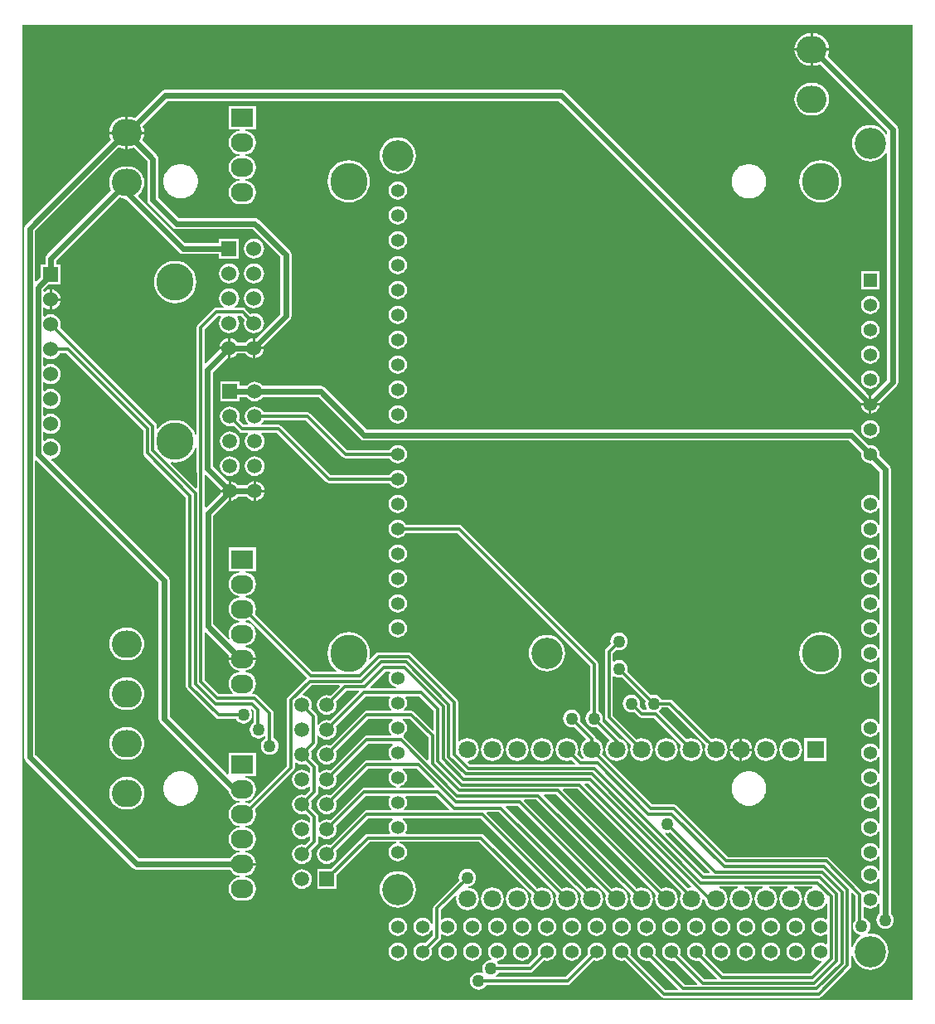
<source format=gbl>
G04*
G04 #@! TF.GenerationSoftware,Altium Limited,Altium Designer,19.1.7 (138)*
G04*
G04 Layer_Physical_Order=2*
G04 Layer_Color=16711680*
%FSTAX24Y24*%
%MOIN*%
G70*
G01*
G75*
%ADD29C,0.0118*%
%ADD30C,0.0236*%
%ADD32R,0.0535X0.0535*%
%ADD33C,0.0535*%
%ADD34C,0.1260*%
%ADD35O,0.1200X0.1100*%
%ADD36C,0.1496*%
%ADD37R,0.0600X0.0600*%
%ADD38C,0.0600*%
%ADD39C,0.0709*%
%ADD40R,0.0709X0.0709*%
%ADD41R,0.0591X0.0591*%
%ADD42C,0.0591*%
%ADD43O,0.0900X0.0750*%
%ADD44R,0.0900X0.0750*%
%ADD45C,0.0500*%
G36*
X0667Y01755D02*
X0309D01*
Y05675D01*
X0667D01*
Y01755D01*
D02*
G37*
%LPC*%
G36*
X0627Y056403D02*
D01*
Y0558D01*
X063348D01*
X063341Y055877D01*
X063303Y056D01*
X063243Y056113D01*
X063162Y056212D01*
X063063Y056293D01*
X06295Y056353D01*
X062827Y056391D01*
X0627Y056403D01*
D02*
G37*
G36*
X0626D02*
X062473Y056391D01*
X06235Y056353D01*
X062237Y056293D01*
X062138Y056212D01*
X062057Y056113D01*
X061997Y056D01*
X061959Y055877D01*
X061952Y0558D01*
X0626D01*
Y056403D01*
D02*
G37*
G36*
Y0557D02*
X061952D01*
X061959Y055623D01*
X061997Y0555D01*
X062057Y055387D01*
X062138Y055288D01*
X062237Y055207D01*
X06235Y055147D01*
X062473Y055109D01*
X0626Y055097D01*
D01*
Y0557D01*
D02*
G37*
G36*
X0627Y054403D02*
X0626D01*
X062473Y054391D01*
X06235Y054353D01*
X062237Y054293D01*
X062138Y054212D01*
X062057Y054113D01*
X061997Y054D01*
X061959Y053877D01*
X061947Y05375D01*
X061959Y053623D01*
X061997Y0535D01*
X062057Y053387D01*
X062138Y053288D01*
X062237Y053207D01*
X06235Y053147D01*
X062473Y053109D01*
X0626Y053097D01*
X0627D01*
X062827Y053109D01*
X06295Y053147D01*
X063063Y053207D01*
X063162Y053288D01*
X063243Y053387D01*
X063303Y0535D01*
X063341Y053623D01*
X063353Y05375D01*
X063341Y053877D01*
X063303Y054D01*
X063243Y054113D01*
X063162Y054212D01*
X063063Y054293D01*
X06295Y054353D01*
X062827Y054391D01*
X0627Y054403D01*
D02*
G37*
G36*
X03505Y053053D02*
X034923Y053041D01*
X0348Y053003D01*
X034687Y052943D01*
X034588Y052862D01*
X034507Y052763D01*
X034447Y05265D01*
X034409Y052527D01*
X034402Y05245D01*
X03505D01*
Y053053D01*
D02*
G37*
G36*
X063348Y0557D02*
X0627D01*
Y055097D01*
X062827Y055109D01*
X06295Y055147D01*
X062975Y05516D01*
X065678Y052458D01*
Y052361D01*
X065629Y052349D01*
X06561Y052385D01*
X065519Y052496D01*
X065407Y052587D01*
X065281Y052655D01*
X065143Y052697D01*
X065Y052711D01*
X064857Y052697D01*
X064719Y052655D01*
X064593Y052587D01*
X064481Y052496D01*
X06439Y052385D01*
X064322Y052258D01*
X064281Y052121D01*
X064267Y051978D01*
X064281Y051834D01*
X064322Y051697D01*
X06439Y05157D01*
X064481Y051459D01*
X064593Y051368D01*
X064719Y0513D01*
X064857Y051258D01*
X065Y051244D01*
X065143Y051258D01*
X065281Y0513D01*
X065407Y051368D01*
X065519Y051459D01*
X06561Y05157D01*
X065629Y051606D01*
X065678Y051594D01*
Y04247D01*
X06505Y041842D01*
Y041528D01*
X065364D01*
X066057Y04222D01*
X066057Y04222D01*
X066105Y042292D01*
X066122Y042378D01*
X066122Y042378D01*
Y05255D01*
X066105Y052635D01*
X066057Y052707D01*
X066057Y052707D01*
X06329Y055475D01*
X063303Y0555D01*
X063341Y055623D01*
X063348Y0557D01*
D02*
G37*
G36*
X03505Y05235D02*
X034402D01*
X034409Y052273D01*
X034447Y05215D01*
X03446Y052125D01*
X031038Y048703D01*
X03099Y048631D01*
X030973Y048546D01*
X030973Y048546D01*
Y027304D01*
X030973Y027304D01*
X03099Y027219D01*
X031038Y027147D01*
X035343Y022843D01*
X035343Y022843D01*
X035415Y022795D01*
X0355Y022778D01*
X0355Y022778D01*
X039253D01*
X03926Y02276D01*
X039336Y022661D01*
X039435Y022585D01*
X039551Y022537D01*
X039642Y022525D01*
Y022475D01*
X039551Y022463D01*
X039435Y022415D01*
X039336Y022339D01*
X03926Y02224D01*
X039212Y022124D01*
X039196Y022D01*
X039212Y021876D01*
X03926Y02176D01*
X039336Y021661D01*
X039435Y021585D01*
X039551Y021537D01*
X039675Y021521D01*
X039825D01*
X039949Y021537D01*
X040065Y021585D01*
X040164Y021661D01*
X04024Y02176D01*
X040288Y021876D01*
X040304Y022D01*
X040288Y022124D01*
X04024Y02224D01*
X040164Y022339D01*
X040065Y022415D01*
X039949Y022463D01*
X039858Y022475D01*
Y022525D01*
X039949Y022537D01*
X040065Y022585D01*
X040164Y022661D01*
X04024Y02276D01*
X040288Y022876D01*
X040298Y02295D01*
X03975D01*
Y02305D01*
X040298D01*
X040288Y023124D01*
X04024Y02324D01*
X040164Y023339D01*
X040065Y023415D01*
X039949Y023463D01*
X039858Y023475D01*
Y023525D01*
X039949Y023537D01*
X040065Y023585D01*
X040164Y023661D01*
X04024Y02376D01*
X040288Y023876D01*
X040304Y024D01*
X040288Y024124D01*
X04024Y02424D01*
X040164Y024339D01*
X040065Y024415D01*
X039949Y024463D01*
X039858Y024475D01*
Y024525D01*
X039949Y024537D01*
X040065Y024585D01*
X040164Y024661D01*
X04024Y02476D01*
X040288Y024876D01*
X040304Y025D01*
X040288Y025124D01*
X040256Y025201D01*
X04181Y026756D01*
X041845Y026809D01*
X041858Y026871D01*
Y027063D01*
X041908Y027088D01*
X041951Y027055D01*
X042047Y027015D01*
X04215Y027001D01*
X042253Y027015D01*
X04229Y02703D01*
X042488Y026833D01*
Y026687D01*
X04244Y026671D01*
X042432Y026682D01*
X042349Y026745D01*
X042253Y026785D01*
X04215Y026799D01*
X042047Y026785D01*
X041951Y026745D01*
X041868Y026682D01*
X041805Y026599D01*
X041765Y026503D01*
X041751Y0264D01*
X041765Y026297D01*
X041805Y026201D01*
X041868Y026118D01*
X041951Y026055D01*
X042047Y026015D01*
X04215Y026001D01*
X042253Y026015D01*
X042349Y026055D01*
X042432Y026118D01*
X04244Y026129D01*
X042488Y026113D01*
Y025967D01*
X04229Y02577D01*
X042253Y025785D01*
X04215Y025799D01*
X042047Y025785D01*
X041951Y025745D01*
X041868Y025682D01*
X041805Y025599D01*
X041765Y025503D01*
X041751Y0254D01*
X041765Y025297D01*
X041805Y025201D01*
X041868Y025118D01*
X041951Y025055D01*
X042047Y025015D01*
X04215Y025001D01*
X042253Y025015D01*
X04229Y02503D01*
X042488Y024833D01*
Y024687D01*
X04244Y024671D01*
X042432Y024682D01*
X042349Y024745D01*
X042253Y024785D01*
X04215Y024799D01*
X042047Y024785D01*
X041951Y024745D01*
X041868Y024682D01*
X041805Y024599D01*
X041765Y024503D01*
X041751Y0244D01*
X041765Y024297D01*
X041805Y024201D01*
X041868Y024118D01*
X041951Y024055D01*
X042047Y024015D01*
X04215Y024001D01*
X042253Y024015D01*
X042349Y024055D01*
X042432Y024118D01*
X04244Y024129D01*
X042488Y024113D01*
Y023967D01*
X04229Y02377D01*
X042253Y023785D01*
X04215Y023799D01*
X042047Y023785D01*
X041951Y023745D01*
X041868Y023682D01*
X041805Y023599D01*
X041765Y023503D01*
X041751Y0234D01*
X041765Y023297D01*
X041805Y023201D01*
X041868Y023118D01*
X041951Y023055D01*
X042047Y023015D01*
X04215Y023001D01*
X042253Y023015D01*
X042349Y023055D01*
X042432Y023118D01*
X042495Y023201D01*
X042535Y023297D01*
X042549Y0234D01*
X042535Y023503D01*
X04252Y02354D01*
X042765Y023785D01*
X0428Y023838D01*
X042812Y0239D01*
Y024113D01*
X04286Y024129D01*
X042868Y024118D01*
X042951Y024055D01*
X043047Y024015D01*
X04315Y024001D01*
X043253Y024015D01*
X043349Y024055D01*
X043432Y024118D01*
X043495Y024201D01*
X043535Y024297D01*
X043549Y0244D01*
X043535Y024503D01*
X04352Y02454D01*
X044721Y025742D01*
X045677D01*
X045701Y025692D01*
X045679Y025663D01*
X045642Y025573D01*
X04563Y025478D01*
X045642Y025382D01*
X045679Y025292D01*
X045738Y025216D01*
X045746Y02521D01*
X04573Y025162D01*
X04475D01*
X044688Y02515D01*
X044635Y025115D01*
X04329Y02377D01*
X043253Y023785D01*
X04315Y023799D01*
X043047Y023785D01*
X042951Y023745D01*
X042868Y023682D01*
X042805Y023599D01*
X042765Y023503D01*
X042751Y0234D01*
X042765Y023297D01*
X042805Y023201D01*
X042868Y023118D01*
X042951Y023055D01*
X043047Y023015D01*
X04315Y023001D01*
X043253Y023015D01*
X043349Y023055D01*
X043432Y023118D01*
X043495Y023201D01*
X043535Y023297D01*
X043549Y0234D01*
X043535Y023503D01*
X04352Y02354D01*
X044817Y024838D01*
X045784D01*
X045801Y024788D01*
X045738Y02474D01*
X045679Y024663D01*
X045642Y024573D01*
X04563Y024478D01*
X045642Y024382D01*
X045679Y024292D01*
X045701Y024263D01*
X045677Y024213D01*
X044801D01*
X044739Y024201D01*
X044687Y024166D01*
X043316Y022795D01*
X042755D01*
Y022005D01*
X043545D01*
Y022566D01*
X044868Y023889D01*
X045928D01*
X045931Y023839D01*
X045904Y023835D01*
X045815Y023798D01*
X045738Y02374D01*
X045679Y023663D01*
X045642Y023573D01*
X04563Y023478D01*
X045642Y023382D01*
X045679Y023292D01*
X045738Y023216D01*
X045815Y023157D01*
X045904Y02312D01*
X046Y023107D01*
X046096Y02312D01*
X046185Y023157D01*
X046262Y023216D01*
X046321Y023292D01*
X046358Y023382D01*
X04637Y023478D01*
X046358Y023573D01*
X046321Y023663D01*
X046262Y02374D01*
X046185Y023798D01*
X046096Y023835D01*
X046069Y023839D01*
X046072Y023889D01*
X049282D01*
X051385Y021786D01*
X051357Y021719D01*
X051342Y0216D01*
X051357Y021481D01*
X051403Y021371D01*
X051476Y021276D01*
X051571Y021203D01*
X051681Y021157D01*
X0518Y021142D01*
X051919Y021157D01*
X052029Y021203D01*
X052124Y021276D01*
X052197Y021371D01*
X052243Y021481D01*
X052258Y0216D01*
X052243Y021719D01*
X052197Y021829D01*
X052124Y021924D01*
X052029Y021997D01*
X051919Y022043D01*
X0518Y022058D01*
X051681Y022043D01*
X051614Y022015D01*
X049463Y024166D01*
X049411Y024201D01*
X049349Y024213D01*
X046323D01*
X046299Y024263D01*
X046321Y024292D01*
X046358Y024382D01*
X04637Y024478D01*
X046358Y024573D01*
X046321Y024663D01*
X046262Y02474D01*
X046199Y024788D01*
X046216Y024838D01*
X049333D01*
X052385Y021786D01*
X052357Y021719D01*
X052342Y0216D01*
X052357Y021481D01*
X052403Y021371D01*
X052476Y021276D01*
X052571Y021203D01*
X052681Y021157D01*
X0528Y021142D01*
X052919Y021157D01*
X053029Y021203D01*
X053124Y021276D01*
X053197Y021371D01*
X053243Y021481D01*
X053258Y0216D01*
X053243Y021719D01*
X053197Y021829D01*
X053124Y021924D01*
X053029Y021997D01*
X052919Y022043D01*
X0528Y022058D01*
X052681Y022043D01*
X052614Y022015D01*
X049588Y025042D01*
X049607Y025088D01*
X050083D01*
X053385Y021786D01*
X053357Y021719D01*
X053342Y0216D01*
X053357Y021481D01*
X053403Y021371D01*
X053476Y021276D01*
X053571Y021203D01*
X053681Y021157D01*
X0538Y021142D01*
X053919Y021157D01*
X054029Y021203D01*
X054124Y021276D01*
X054197Y021371D01*
X054243Y021481D01*
X054258Y0216D01*
X054243Y021719D01*
X054197Y021829D01*
X054124Y021924D01*
X054029Y021997D01*
X053919Y022043D01*
X0538Y022058D01*
X053681Y022043D01*
X053614Y022015D01*
X050338Y025292D01*
X050357Y025338D01*
X050833D01*
X054385Y021786D01*
X054357Y021719D01*
X054342Y0216D01*
X054357Y021481D01*
X054403Y021371D01*
X054476Y021276D01*
X054571Y021203D01*
X054681Y021157D01*
X0548Y021142D01*
X054919Y021157D01*
X055029Y021203D01*
X055124Y021276D01*
X055197Y021371D01*
X055243Y021481D01*
X055258Y0216D01*
X055243Y021719D01*
X055197Y021829D01*
X055124Y021924D01*
X055029Y021997D01*
X054919Y022043D01*
X0548Y022058D01*
X054681Y022043D01*
X054614Y022015D01*
X051088Y025542D01*
X051107Y025588D01*
X051583D01*
X055385Y021786D01*
X055357Y021719D01*
X055342Y0216D01*
X055357Y021481D01*
X055403Y021371D01*
X055476Y021276D01*
X055571Y021203D01*
X055681Y021157D01*
X0558Y021142D01*
X055919Y021157D01*
X056029Y021203D01*
X056124Y021276D01*
X056197Y021371D01*
X056243Y021481D01*
X056258Y0216D01*
X056243Y021719D01*
X056197Y021829D01*
X056124Y021924D01*
X056029Y021997D01*
X055919Y022043D01*
X0558Y022058D01*
X055681Y022043D01*
X055614Y022015D01*
X05187Y02576D01*
X051889Y025806D01*
X052365D01*
X056385Y021786D01*
X056357Y021719D01*
X056342Y0216D01*
X056357Y021481D01*
X056403Y021371D01*
X056476Y021276D01*
X056571Y021203D01*
X056681Y021157D01*
X0568Y021142D01*
X056919Y021157D01*
X057029Y021203D01*
X057124Y021276D01*
X057197Y021371D01*
X057243Y021481D01*
X057258Y0216D01*
X057243Y021719D01*
X057197Y021829D01*
X057124Y021924D01*
X057029Y021997D01*
X056919Y022043D01*
X0568Y022058D01*
X056681Y022043D01*
X056614Y022015D01*
X052651Y025978D01*
X052671Y026024D01*
X05323D01*
X057413Y021842D01*
X057403Y021829D01*
X057357Y021719D01*
X057342Y0216D01*
X057357Y021481D01*
X057403Y021371D01*
X057476Y021276D01*
X057571Y021203D01*
X057681Y021157D01*
X0578Y021142D01*
X057919Y021157D01*
X058029Y021203D01*
X058124Y021276D01*
X058197Y021371D01*
X058243Y021481D01*
X058254Y021571D01*
X058307Y021589D01*
X058349Y021548D01*
X058357Y021481D01*
X058403Y021371D01*
X058476Y021276D01*
X058571Y021203D01*
X058681Y021157D01*
X0588Y021142D01*
X058919Y021157D01*
X059029Y021203D01*
X059124Y021276D01*
X059197Y021371D01*
X059243Y021481D01*
X059258Y0216D01*
X059243Y021719D01*
X059197Y021829D01*
X059124Y021924D01*
X059029Y021997D01*
X05893Y022038D01*
X05894Y022088D01*
X05966D01*
X05967Y022038D01*
X059571Y021997D01*
X059476Y021924D01*
X059403Y021829D01*
X059357Y021719D01*
X059342Y0216D01*
X059357Y021481D01*
X059403Y021371D01*
X059476Y021276D01*
X059571Y021203D01*
X059681Y021157D01*
X0598Y021142D01*
X059919Y021157D01*
X060029Y021203D01*
X060124Y021276D01*
X060197Y021371D01*
X060243Y021481D01*
X060258Y0216D01*
X060243Y021719D01*
X060197Y021829D01*
X060124Y021924D01*
X060029Y021997D01*
X05993Y022038D01*
X05994Y022088D01*
X06066D01*
X06067Y022038D01*
X060571Y021997D01*
X060476Y021924D01*
X060403Y021829D01*
X060357Y021719D01*
X060342Y0216D01*
X060357Y021481D01*
X060403Y021371D01*
X060476Y021276D01*
X060571Y021203D01*
X060681Y021157D01*
X0608Y021142D01*
X060919Y021157D01*
X061029Y021203D01*
X061124Y021276D01*
X061197Y021371D01*
X061243Y021481D01*
X061258Y0216D01*
X061243Y021719D01*
X061197Y021829D01*
X061124Y021924D01*
X061029Y021997D01*
X06093Y022038D01*
X06094Y022088D01*
X06166D01*
X06167Y022038D01*
X061571Y021997D01*
X061476Y021924D01*
X061403Y021829D01*
X061357Y021719D01*
X061342Y0216D01*
X061357Y021481D01*
X061403Y021371D01*
X061476Y021276D01*
X061571Y021203D01*
X061681Y021157D01*
X0618Y021142D01*
X061919Y021157D01*
X062029Y021203D01*
X062124Y021276D01*
X062197Y021371D01*
X062243Y021481D01*
X062258Y0216D01*
X062243Y021719D01*
X062197Y021829D01*
X062124Y021924D01*
X062029Y021997D01*
X06193Y022038D01*
X06194Y022088D01*
X06266D01*
X06267Y022038D01*
X062571Y021997D01*
X062476Y021924D01*
X062403Y021829D01*
X062357Y021719D01*
X062342Y0216D01*
X062357Y021481D01*
X062403Y021371D01*
X062476Y021276D01*
X062571Y021203D01*
X062681Y021157D01*
X0628Y021142D01*
X062919Y021157D01*
X063029Y021203D01*
X063124Y021276D01*
X063197Y021371D01*
X063214Y021413D01*
X063264Y021403D01*
Y020801D01*
X063214Y020776D01*
X063185Y020798D01*
X063096Y020835D01*
X063Y020848D01*
X062904Y020835D01*
X062815Y020798D01*
X062738Y02074D01*
X062679Y020663D01*
X062642Y020573D01*
X06263Y020478D01*
X062642Y020382D01*
X062679Y020292D01*
X062738Y020216D01*
X062815Y020157D01*
X062904Y02012D01*
X063Y020107D01*
X063096Y02012D01*
X063185Y020157D01*
X063214Y020179D01*
X063264Y020154D01*
Y019801D01*
X063214Y019776D01*
X063185Y019798D01*
X063096Y019835D01*
X063Y019848D01*
X062904Y019835D01*
X062815Y019798D01*
X062738Y01974D01*
X062679Y019663D01*
X062642Y019573D01*
X06263Y019478D01*
X062642Y019382D01*
X062679Y019292D01*
X062738Y019216D01*
X062815Y019157D01*
X062904Y01912D01*
X063Y019107D01*
X063041Y019112D01*
X063064Y019065D01*
X062588Y018589D01*
X059118D01*
X058348Y019359D01*
X058358Y019382D01*
X05837Y019478D01*
X058358Y019573D01*
X058321Y019663D01*
X058262Y01974D01*
X058185Y019798D01*
X058096Y019835D01*
X058Y019848D01*
X057904Y019835D01*
X057815Y019798D01*
X057738Y01974D01*
X057679Y019663D01*
X057642Y019573D01*
X05763Y019478D01*
X057642Y019382D01*
X057679Y019292D01*
X057738Y019216D01*
X057815Y019157D01*
X057904Y01912D01*
X058Y019107D01*
X058096Y01912D01*
X058119Y019129D01*
X058832Y018417D01*
X058812Y01837D01*
X058336D01*
X057348Y019359D01*
X057358Y019382D01*
X05737Y019478D01*
X057358Y019573D01*
X057321Y019663D01*
X057262Y01974D01*
X057185Y019798D01*
X057096Y019835D01*
X057Y019848D01*
X056904Y019835D01*
X056815Y019798D01*
X056738Y01974D01*
X056679Y019663D01*
X056642Y019573D01*
X05663Y019478D01*
X056642Y019382D01*
X056679Y019292D01*
X056738Y019216D01*
X056815Y019157D01*
X056904Y01912D01*
X057Y019107D01*
X057096Y01912D01*
X057119Y019129D01*
X05805Y018199D01*
X058031Y018152D01*
X057555D01*
X056348Y019359D01*
X056358Y019382D01*
X05637Y019478D01*
X056358Y019573D01*
X056321Y019663D01*
X056262Y01974D01*
X056185Y019798D01*
X056096Y019835D01*
X056Y019848D01*
X055904Y019835D01*
X055815Y019798D01*
X055738Y01974D01*
X055679Y019663D01*
X055642Y019573D01*
X05563Y019478D01*
X055642Y019382D01*
X055679Y019292D01*
X055738Y019216D01*
X055815Y019157D01*
X055904Y01912D01*
X056Y019107D01*
X056096Y01912D01*
X056119Y019129D01*
X057268Y01798D01*
X057249Y017934D01*
X056773D01*
X055348Y019359D01*
X055358Y019382D01*
X05537Y019478D01*
X055358Y019573D01*
X055321Y019663D01*
X055262Y01974D01*
X055185Y019798D01*
X055096Y019835D01*
X055Y019848D01*
X054904Y019835D01*
X054815Y019798D01*
X054738Y01974D01*
X054679Y019663D01*
X054642Y019573D01*
X05463Y019478D01*
X054642Y019382D01*
X054679Y019292D01*
X054738Y019216D01*
X054815Y019157D01*
X054904Y01912D01*
X055Y019107D01*
X055096Y01912D01*
X055119Y019129D01*
X056591Y017657D01*
X056643Y017622D01*
X056706Y01761D01*
X062926D01*
X062988Y017622D01*
X063041Y017657D01*
X064195Y018812D01*
X064231Y018865D01*
X064243Y018927D01*
Y019287D01*
X064293Y019294D01*
X064322Y019197D01*
X06439Y01907D01*
X064481Y018959D01*
X064593Y018868D01*
X064719Y0188D01*
X064857Y018758D01*
X065Y018744D01*
X065143Y018758D01*
X065281Y0188D01*
X065407Y018868D01*
X065519Y018959D01*
X06561Y01907D01*
X065678Y019197D01*
X065719Y019334D01*
X065733Y019478D01*
X065719Y019621D01*
X065678Y019758D01*
X06561Y019885D01*
X065519Y019996D01*
X065407Y020087D01*
X065281Y020155D01*
X065143Y020197D01*
X065Y020211D01*
X06492Y020203D01*
X064901Y020247D01*
X0649Y020251D01*
X064956Y020323D01*
X064991Y020409D01*
X065003Y0205D01*
X064991Y020591D01*
X064956Y020677D01*
X0649Y02075D01*
X064827Y020806D01*
X064741Y020841D01*
X064736Y020842D01*
Y021254D01*
X064786Y021279D01*
X064815Y021257D01*
X064904Y02122D01*
X065Y021207D01*
X065096Y02122D01*
X065185Y021257D01*
X065262Y021316D01*
X065321Y021392D01*
X065328Y021409D01*
X065378Y021399D01*
Y021021D01*
X06535Y021D01*
X065294Y020927D01*
X065259Y020841D01*
X065247Y02075D01*
X065259Y020659D01*
X065294Y020573D01*
X06535Y0205D01*
X065423Y020444D01*
X065509Y020409D01*
X0656Y020397D01*
X065691Y020409D01*
X065777Y020444D01*
X06585Y0205D01*
X065906Y020573D01*
X065941Y020659D01*
X065953Y02075D01*
X065941Y020841D01*
X065906Y020927D01*
X06585Y021D01*
X065822Y021021D01*
Y021491D01*
X065822Y038878D01*
X065822Y038878D01*
X065805Y038963D01*
X065757Y039035D01*
X065757Y039035D01*
X065364Y039428D01*
X06537Y039478D01*
X065358Y039573D01*
X065321Y039663D01*
X065262Y03974D01*
X065185Y039798D01*
X065096Y039835D01*
X065Y039848D01*
X064951Y039842D01*
X064385Y040407D01*
X064313Y040455D01*
X064228Y040472D01*
X064228Y040472D01*
X044742D01*
X043057Y042157D01*
X042985Y042205D01*
X0429Y042222D01*
X0429Y042222D01*
X040578D01*
X040532Y042282D01*
X040449Y042345D01*
X040353Y042385D01*
X04025Y042399D01*
X040147Y042385D01*
X040051Y042345D01*
X039968Y042282D01*
X039922Y042222D01*
X039645D01*
Y042395D01*
X038855D01*
Y041605D01*
X039645D01*
Y041778D01*
X039922D01*
X039968Y041718D01*
X040051Y041655D01*
X040147Y041615D01*
X04025Y041601D01*
X040353Y041615D01*
X040449Y041655D01*
X040532Y041718D01*
X040578Y041778D01*
X042808D01*
X044493Y040093D01*
X044493Y040093D01*
X044565Y040045D01*
X04465Y040028D01*
X04465Y040028D01*
X064135D01*
X064636Y039527D01*
X06463Y039478D01*
X064642Y039382D01*
X064679Y039292D01*
X064738Y039216D01*
X064815Y039157D01*
X064904Y03912D01*
X065Y039107D01*
X065049Y039114D01*
X065378Y038785D01*
Y037656D01*
X065328Y037646D01*
X065321Y037663D01*
X065262Y03774D01*
X065185Y037798D01*
X065096Y037835D01*
X065Y037848D01*
X064904Y037835D01*
X064815Y037798D01*
X064738Y03774D01*
X064679Y037663D01*
X064642Y037573D01*
X06463Y037478D01*
X064642Y037382D01*
X064679Y037292D01*
X064738Y037216D01*
X064815Y037157D01*
X064904Y03712D01*
X065Y037107D01*
X065096Y03712D01*
X065185Y037157D01*
X065262Y037216D01*
X065321Y037292D01*
X065328Y037309D01*
X065378Y037299D01*
Y036656D01*
X065328Y036646D01*
X065321Y036663D01*
X065262Y03674D01*
X065185Y036798D01*
X065096Y036835D01*
X065Y036848D01*
X064904Y036835D01*
X064815Y036798D01*
X064738Y03674D01*
X064679Y036663D01*
X064642Y036573D01*
X06463Y036478D01*
X064642Y036382D01*
X064679Y036292D01*
X064738Y036216D01*
X064815Y036157D01*
X064904Y03612D01*
X065Y036107D01*
X065096Y03612D01*
X065185Y036157D01*
X065262Y036216D01*
X065321Y036292D01*
X065328Y036309D01*
X065378Y036299D01*
Y035656D01*
X065328Y035646D01*
X065321Y035663D01*
X065262Y03574D01*
X065185Y035798D01*
X065096Y035835D01*
X065Y035848D01*
X064904Y035835D01*
X064815Y035798D01*
X064738Y03574D01*
X064679Y035663D01*
X064642Y035573D01*
X06463Y035478D01*
X064642Y035382D01*
X064679Y035292D01*
X064738Y035216D01*
X064815Y035157D01*
X064904Y03512D01*
X065Y035107D01*
X065096Y03512D01*
X065185Y035157D01*
X065262Y035216D01*
X065321Y035292D01*
X065328Y035309D01*
X065378Y035299D01*
Y034656D01*
X065328Y034646D01*
X065321Y034663D01*
X065262Y03474D01*
X065185Y034798D01*
X065096Y034835D01*
X065Y034848D01*
X064904Y034835D01*
X064815Y034798D01*
X064738Y03474D01*
X064679Y034663D01*
X064642Y034573D01*
X06463Y034478D01*
X064642Y034382D01*
X064679Y034292D01*
X064738Y034216D01*
X064815Y034157D01*
X064904Y03412D01*
X065Y034107D01*
X065096Y03412D01*
X065185Y034157D01*
X065262Y034216D01*
X065321Y034292D01*
X065328Y034309D01*
X065378Y034299D01*
Y033656D01*
X065328Y033646D01*
X065321Y033663D01*
X065262Y03374D01*
X065185Y033798D01*
X065096Y033835D01*
X065Y033848D01*
X064904Y033835D01*
X064815Y033798D01*
X064738Y03374D01*
X064679Y033663D01*
X064642Y033573D01*
X06463Y033478D01*
X064642Y033382D01*
X064679Y033292D01*
X064738Y033216D01*
X064815Y033157D01*
X064904Y03312D01*
X065Y033107D01*
X065096Y03312D01*
X065185Y033157D01*
X065262Y033216D01*
X065321Y033292D01*
X065328Y033309D01*
X065378Y033299D01*
Y032656D01*
X065328Y032646D01*
X065321Y032663D01*
X065262Y03274D01*
X065185Y032798D01*
X065096Y032835D01*
X065Y032848D01*
X064904Y032835D01*
X064815Y032798D01*
X064738Y03274D01*
X064679Y032663D01*
X064642Y032573D01*
X06463Y032478D01*
X064642Y032382D01*
X064679Y032292D01*
X064738Y032216D01*
X064815Y032157D01*
X064904Y03212D01*
X065Y032107D01*
X065096Y03212D01*
X065185Y032157D01*
X065262Y032216D01*
X065321Y032292D01*
X065328Y032309D01*
X065378Y032299D01*
Y031656D01*
X065328Y031646D01*
X065321Y031663D01*
X065262Y03174D01*
X065185Y031798D01*
X065096Y031835D01*
X065Y031848D01*
X064904Y031835D01*
X064815Y031798D01*
X064738Y03174D01*
X064679Y031663D01*
X064642Y031573D01*
X06463Y031478D01*
X064642Y031382D01*
X064679Y031292D01*
X064738Y031216D01*
X064815Y031157D01*
X064904Y03112D01*
X065Y031107D01*
X065096Y03112D01*
X065185Y031157D01*
X065262Y031216D01*
X065321Y031292D01*
X065328Y031309D01*
X065378Y031299D01*
Y030656D01*
X065328Y030646D01*
X065321Y030663D01*
X065262Y03074D01*
X065185Y030798D01*
X065096Y030835D01*
X065Y030848D01*
X064904Y030835D01*
X064815Y030798D01*
X064738Y03074D01*
X064679Y030663D01*
X064642Y030573D01*
X06463Y030478D01*
X064642Y030382D01*
X064679Y030292D01*
X064738Y030216D01*
X064815Y030157D01*
X064904Y03012D01*
X065Y030107D01*
X065096Y03012D01*
X065185Y030157D01*
X065262Y030216D01*
X065321Y030292D01*
X065328Y030309D01*
X065378Y030299D01*
X065378Y028656D01*
X065328Y028646D01*
X065321Y028663D01*
X065262Y02874D01*
X065185Y028798D01*
X065096Y028835D01*
X065Y028848D01*
X064904Y028835D01*
X064815Y028798D01*
X064738Y02874D01*
X064679Y028663D01*
X064642Y028573D01*
X06463Y028478D01*
X064642Y028382D01*
X064679Y028292D01*
X064738Y028216D01*
X064815Y028157D01*
X064904Y02812D01*
X065Y028107D01*
X065096Y02812D01*
X065185Y028157D01*
X065262Y028216D01*
X065321Y028292D01*
X065328Y028309D01*
X065378Y028299D01*
Y027656D01*
X065328Y027646D01*
X065321Y027663D01*
X065262Y02774D01*
X065185Y027798D01*
X065096Y027835D01*
X065Y027848D01*
X064904Y027835D01*
X064815Y027798D01*
X064738Y02774D01*
X064679Y027663D01*
X064642Y027573D01*
X06463Y027478D01*
X064642Y027382D01*
X064679Y027292D01*
X064738Y027216D01*
X064815Y027157D01*
X064904Y02712D01*
X065Y027107D01*
X065096Y02712D01*
X065185Y027157D01*
X065262Y027216D01*
X065321Y027292D01*
X065328Y027309D01*
X065378Y027299D01*
Y026656D01*
X065328Y026646D01*
X065321Y026663D01*
X065262Y02674D01*
X065185Y026798D01*
X065096Y026835D01*
X065Y026848D01*
X064904Y026835D01*
X064815Y026798D01*
X064738Y02674D01*
X064679Y026663D01*
X064642Y026573D01*
X06463Y026478D01*
X064642Y026382D01*
X064679Y026292D01*
X064738Y026216D01*
X064815Y026157D01*
X064904Y02612D01*
X065Y026107D01*
X065096Y02612D01*
X065185Y026157D01*
X065262Y026216D01*
X065321Y026292D01*
X065328Y026309D01*
X065378Y026299D01*
Y025656D01*
X065328Y025646D01*
X065321Y025663D01*
X065262Y02574D01*
X065185Y025798D01*
X065096Y025835D01*
X065Y025848D01*
X064904Y025835D01*
X064815Y025798D01*
X064738Y02574D01*
X064679Y025663D01*
X064642Y025573D01*
X06463Y025478D01*
X064642Y025382D01*
X064679Y025292D01*
X064738Y025216D01*
X064815Y025157D01*
X064904Y02512D01*
X065Y025107D01*
X065096Y02512D01*
X065185Y025157D01*
X065262Y025216D01*
X065321Y025292D01*
X065328Y025309D01*
X065378Y025299D01*
Y024656D01*
X065328Y024646D01*
X065321Y024663D01*
X065262Y02474D01*
X065185Y024798D01*
X065096Y024835D01*
X065Y024848D01*
X064904Y024835D01*
X064815Y024798D01*
X064738Y02474D01*
X064679Y024663D01*
X064642Y024573D01*
X06463Y024478D01*
X064642Y024382D01*
X064679Y024292D01*
X064738Y024216D01*
X064815Y024157D01*
X064904Y02412D01*
X065Y024107D01*
X065096Y02412D01*
X065185Y024157D01*
X065262Y024216D01*
X065321Y024292D01*
X065328Y024309D01*
X065378Y024299D01*
Y023656D01*
X065328Y023646D01*
X065321Y023663D01*
X065262Y02374D01*
X065185Y023798D01*
X065096Y023835D01*
X065Y023848D01*
X064904Y023835D01*
X064815Y023798D01*
X064738Y02374D01*
X064679Y023663D01*
X064642Y023573D01*
X06463Y023478D01*
X064642Y023382D01*
X064679Y023292D01*
X064738Y023216D01*
X064815Y023157D01*
X064904Y02312D01*
X065Y023107D01*
X065096Y02312D01*
X065185Y023157D01*
X065262Y023216D01*
X065321Y023292D01*
X065328Y023309D01*
X065378Y023299D01*
Y022756D01*
X065328Y022746D01*
X065321Y022763D01*
X065262Y02284D01*
X065185Y022898D01*
X065096Y022935D01*
X065Y022948D01*
X064904Y022935D01*
X064815Y022898D01*
X064738Y02284D01*
X064679Y022763D01*
X064642Y022673D01*
X06463Y022578D01*
X064642Y022482D01*
X064679Y022392D01*
X064738Y022316D01*
X064815Y022257D01*
X064904Y02222D01*
X065Y022207D01*
X065096Y02222D01*
X065185Y022257D01*
X065262Y022316D01*
X065321Y022392D01*
X065328Y022409D01*
X065378Y022399D01*
Y021756D01*
X065328Y021746D01*
X065321Y021763D01*
X065262Y02184D01*
X065185Y021898D01*
X065096Y021935D01*
X065Y021948D01*
X064904Y021935D01*
X064815Y021898D01*
X064769Y021863D01*
X064767Y021863D01*
X064705Y021875D01*
X064688Y021901D01*
X063352Y023237D01*
X063299Y023272D01*
X063237Y023285D01*
X059282D01*
X057224Y025342D01*
X057172Y025377D01*
X05711Y025389D01*
X05624D01*
X054215Y027414D01*
X054243Y027481D01*
X054258Y0276D01*
X054243Y027719D01*
X054197Y027829D01*
X054124Y027924D01*
X054029Y027997D01*
X053962Y028025D01*
Y02805D01*
X05395Y028112D01*
X053915Y028165D01*
X053335Y028744D01*
X053341Y028759D01*
X053353Y02885D01*
X053341Y028941D01*
X053306Y029027D01*
X05325Y0291D01*
X053177Y029156D01*
X053091Y029191D01*
X053Y029203D01*
X052909Y029191D01*
X052823Y029156D01*
X05275Y0291D01*
X052694Y029027D01*
X052659Y028941D01*
X052647Y02885D01*
X052659Y028759D01*
X052694Y028673D01*
X05275Y0286D01*
X052823Y028544D01*
X052909Y028509D01*
X053Y028497D01*
X053091Y028509D01*
X053106Y028515D01*
X053575Y028046D01*
X053561Y027989D01*
X053476Y027924D01*
X053403Y027829D01*
X053357Y027719D01*
X053342Y0276D01*
X053357Y027481D01*
X053403Y027371D01*
X053476Y027276D01*
X053486Y027268D01*
X05347Y027221D01*
X053409D01*
X053215Y027414D01*
X053243Y027481D01*
X053258Y0276D01*
X053243Y027719D01*
X053197Y027829D01*
X053124Y027924D01*
X053029Y027997D01*
X052919Y028043D01*
X0528Y028058D01*
X052681Y028043D01*
X052571Y027997D01*
X052476Y027924D01*
X052403Y027829D01*
X052357Y027719D01*
X052342Y0276D01*
X052357Y027481D01*
X052403Y027371D01*
X052476Y027276D01*
X052571Y027203D01*
X052681Y027157D01*
X0528Y027142D01*
X052919Y027157D01*
X052986Y027185D01*
X053122Y027049D01*
X053103Y027003D01*
X048901D01*
X048811Y027093D01*
X048829Y027146D01*
X048919Y027157D01*
X049029Y027203D01*
X049124Y027276D01*
X049197Y027371D01*
X049243Y027481D01*
X049258Y0276D01*
X049243Y027719D01*
X049197Y027829D01*
X049124Y027924D01*
X049029Y027997D01*
X048919Y028043D01*
X0488Y028058D01*
X048681Y028043D01*
X048571Y027997D01*
X04848Y027927D01*
X048446Y027934D01*
X04843Y02794D01*
Y029507D01*
X048418Y029569D01*
X048383Y029622D01*
X04655Y031455D01*
X046497Y03149D01*
X046435Y031502D01*
X045232D01*
X04517Y03149D01*
X045117Y031455D01*
X044888Y031226D01*
X044845Y031252D01*
X044863Y031311D01*
X04488Y031478D01*
X044863Y031644D01*
X044815Y031804D01*
X044736Y031951D01*
X04463Y03208D01*
X044501Y032186D01*
X044354Y032265D01*
X044194Y032313D01*
X044028Y03233D01*
X043861Y032313D01*
X043701Y032265D01*
X043554Y032186D01*
X043425Y03208D01*
X043319Y031951D01*
X04324Y031804D01*
X043192Y031644D01*
X043175Y031478D01*
X043192Y031311D01*
X04324Y031151D01*
X043319Y031004D01*
X043425Y030875D01*
X043538Y030783D01*
X04352Y030733D01*
X042572D01*
X040256Y033049D01*
X040288Y033126D01*
X040304Y03325D01*
X040288Y033374D01*
X04024Y03349D01*
X040164Y033589D01*
X040065Y033665D01*
X039949Y033713D01*
X039858Y033725D01*
Y033775D01*
X039949Y033787D01*
X040065Y033835D01*
X040164Y033911D01*
X04024Y03401D01*
X040288Y034126D01*
X040304Y03425D01*
X040288Y034374D01*
X04024Y03449D01*
X040164Y034589D01*
X040065Y034665D01*
X039949Y034713D01*
X039856Y034725D01*
X039859Y034775D01*
X0403D01*
Y035725D01*
X0392D01*
Y034775D01*
X039641D01*
X039644Y034725D01*
X039551Y034713D01*
X039435Y034665D01*
X039336Y034589D01*
X03926Y03449D01*
X039212Y034374D01*
X039196Y03425D01*
X039212Y034126D01*
X03926Y03401D01*
X039336Y033911D01*
X039435Y033835D01*
X039551Y033787D01*
X039642Y033775D01*
Y033725D01*
X039551Y033713D01*
X039435Y033665D01*
X039336Y033589D01*
X03926Y03349D01*
X039212Y033374D01*
X039196Y03325D01*
X039212Y033126D01*
X03926Y03301D01*
X039336Y032911D01*
X039435Y032835D01*
X039551Y032787D01*
X039642Y032775D01*
Y032725D01*
X039551Y032713D01*
X039435Y032665D01*
X039336Y032589D01*
X03926Y03249D01*
X039212Y032374D01*
X039196Y03225D01*
X039212Y032126D01*
X039232Y032078D01*
X03919Y03205D01*
X038586Y032654D01*
Y037003D01*
X039192Y037609D01*
X0392Y037608D01*
Y03795D01*
X038858D01*
X038863Y037909D01*
X038295Y03734D01*
X038248Y03736D01*
Y038622D01*
X038295Y038641D01*
X038861Y038074D01*
X038858Y03805D01*
X0392D01*
Y038392D01*
X039176Y038389D01*
X038572Y038992D01*
Y042783D01*
X039142Y043352D01*
X03917Y043348D01*
Y043695D01*
X038824D01*
X038827Y043667D01*
X038281Y04312D01*
X038235Y04314D01*
Y044514D01*
X038763Y045042D01*
X038881D01*
X038906Y044992D01*
X038871Y044947D01*
X038831Y04485D01*
X038817Y044745D01*
X038831Y044641D01*
X038871Y044544D01*
X038935Y04446D01*
X039019Y044396D01*
X039116Y044356D01*
X03922Y044342D01*
X039325Y044356D01*
X039422Y044396D01*
X039506Y04446D01*
X03957Y044544D01*
X03961Y044641D01*
X039624Y044745D01*
X03961Y04485D01*
X03957Y044947D01*
X039535Y044992D01*
X03956Y045042D01*
X039694D01*
X039847Y044889D01*
X039831Y04485D01*
X039817Y044745D01*
X039831Y044641D01*
X039871Y044544D01*
X039935Y04446D01*
X040019Y044396D01*
X040116Y044356D01*
X04022Y044342D01*
X040325Y044356D01*
X040422Y044396D01*
X040506Y04446D01*
X04057Y044544D01*
X04061Y044641D01*
X040624Y044745D01*
X04061Y04485D01*
X04057Y044947D01*
X040506Y045031D01*
X040422Y045095D01*
X040325Y045135D01*
X04022Y045149D01*
X040116Y045135D01*
X040076Y045119D01*
X039876Y045319D01*
X039823Y045354D01*
X039761Y045367D01*
X039466D01*
X039449Y045416D01*
X039506Y04546D01*
X03957Y045544D01*
X03961Y045641D01*
X039624Y045745D01*
X03961Y04585D01*
X03957Y045947D01*
X039506Y046031D01*
X039422Y046095D01*
X039325Y046135D01*
X03922Y046149D01*
X039116Y046135D01*
X039019Y046095D01*
X038935Y046031D01*
X038871Y045947D01*
X038831Y04585D01*
X038817Y045745D01*
X038831Y045641D01*
X038871Y045544D01*
X038935Y04546D01*
X038992Y045416D01*
X038975Y045367D01*
X038696D01*
X038634Y045354D01*
X038581Y045319D01*
X037958Y044696D01*
X037923Y044644D01*
X037911Y044581D01*
Y040256D01*
X037861Y040249D01*
X037837Y040326D01*
X037759Y040473D01*
X037653Y040603D01*
X037523Y040709D01*
X037376Y040787D01*
X037216Y040836D01*
X03705Y040852D01*
X036884Y040836D01*
X036724Y040787D01*
X036577Y040709D01*
X036447Y040603D01*
X036355Y04049D01*
X036305Y040508D01*
Y040607D01*
X036293Y040669D01*
X036258Y040722D01*
X032423Y044556D01*
X03244Y044596D01*
X032453Y0447D01*
X03244Y044804D01*
X032399Y044902D01*
X032335Y044985D01*
X032252Y045049D01*
X032154Y04509D01*
X03205Y045103D01*
X031946Y04509D01*
X031848Y045049D01*
X031804Y045016D01*
X031754Y04504D01*
Y04536D01*
X031804Y045384D01*
X031848Y045351D01*
X031946Y04531D01*
X032Y045303D01*
Y0457D01*
Y046097D01*
X031946Y04609D01*
X031848Y046049D01*
X031804Y046016D01*
X031754Y04604D01*
Y04609D01*
X031964Y0463D01*
X03245D01*
Y0471D01*
X032272D01*
Y047258D01*
X034809Y049794D01*
X034923Y049759D01*
X035037Y049748D01*
X037197Y047588D01*
X037197Y047588D01*
X03727Y04754D01*
X037355Y047523D01*
X03882D01*
Y047345D01*
X03962D01*
Y048145D01*
X03882D01*
Y047968D01*
X037447D01*
X035564Y049851D01*
X035566Y049901D01*
X035612Y049938D01*
X035693Y050037D01*
X035753Y05015D01*
X035791Y050273D01*
X035803Y0504D01*
X035791Y050527D01*
X035753Y05065D01*
X035693Y050763D01*
X035612Y050862D01*
X035513Y050943D01*
X0354Y051003D01*
X035277Y051041D01*
X03515Y051053D01*
X03505D01*
X034923Y051041D01*
X0348Y051003D01*
X034687Y050943D01*
X034588Y050862D01*
X034507Y050763D01*
X034447Y05065D01*
X034409Y050527D01*
X034397Y0504D01*
X034409Y050273D01*
X034447Y05015D01*
X034478Y050092D01*
X031893Y047507D01*
X031845Y047435D01*
X031828Y04735D01*
X031828Y04735D01*
Y0471D01*
X03165D01*
Y046614D01*
X031464Y046429D01*
X031418Y046448D01*
Y048454D01*
X034775Y05181D01*
X0348Y051797D01*
X034923Y051759D01*
X03505Y051747D01*
D01*
Y05235D01*
D02*
G37*
G36*
X046Y052211D02*
X045857Y052197D01*
X045719Y052155D01*
X045593Y052087D01*
X045481Y051996D01*
X04539Y051885D01*
X045322Y051758D01*
X045281Y051621D01*
X045267Y051478D01*
X045281Y051334D01*
X045322Y051197D01*
X04539Y05107D01*
X045481Y050959D01*
X045593Y050868D01*
X045719Y0508D01*
X045857Y050758D01*
X046Y050744D01*
X046143Y050758D01*
X046281Y0508D01*
X046407Y050868D01*
X046519Y050959D01*
X04661Y05107D01*
X046678Y051197D01*
X046719Y051334D01*
X046733Y051478D01*
X046719Y051621D01*
X046678Y051758D01*
X04661Y051885D01*
X046519Y051996D01*
X046407Y052087D01*
X046281Y052155D01*
X046143Y052197D01*
X046Y052211D01*
D02*
G37*
G36*
X060179Y051143D02*
X060063D01*
X060053Y051141D01*
X060043D01*
X059929Y051118D01*
X059919Y051114D01*
X05991Y051112D01*
X059802Y051068D01*
X059794Y051062D01*
X059785Y051058D01*
X059688Y050993D01*
X059681Y050986D01*
X059672Y050981D01*
X05959Y050899D01*
X059585Y05089D01*
X059577Y050883D01*
X059513Y050786D01*
X059509Y050777D01*
X059503Y050769D01*
X059459Y050661D01*
X059457Y050651D01*
X059453Y050642D01*
X05943Y050528D01*
Y050518D01*
X059428Y050508D01*
Y050392D01*
X05943Y050382D01*
Y050372D01*
X059453Y050258D01*
X059457Y050249D01*
X059459Y050239D01*
X059503Y050131D01*
X059509Y050123D01*
X059513Y050114D01*
X059577Y050017D01*
X059585Y05001D01*
X05959Y050001D01*
X059672Y049919D01*
X059681Y049914D01*
X059688Y049907D01*
X059785Y049842D01*
X059794Y049838D01*
X059802Y049832D01*
X05991Y049788D01*
X059919Y049786D01*
X059929Y049782D01*
X060043Y049759D01*
X060053D01*
X060063Y049757D01*
X060179D01*
X060189Y049759D01*
X060199D01*
X060313Y049782D01*
X060322Y049786D01*
X060332Y049788D01*
X06044Y049832D01*
X060448Y049838D01*
X060457Y049842D01*
X060554Y049907D01*
X060561Y049914D01*
X060569Y049919D01*
X060652Y050001D01*
X060657Y05001D01*
X060664Y050017D01*
X060729Y050114D01*
X060733Y050123D01*
X060738Y050131D01*
X060783Y050239D01*
X060785Y050249D01*
X060789Y050258D01*
X060811Y050372D01*
Y050382D01*
X060813Y050392D01*
Y050508D01*
X060811Y050518D01*
Y050528D01*
X060789Y050642D01*
X060785Y050651D01*
X060783Y050661D01*
X060738Y050769D01*
X060733Y050777D01*
X060729Y050786D01*
X060664Y050883D01*
X060657Y05089D01*
X060652Y050899D01*
X060569Y050981D01*
X060561Y050986D01*
X060554Y050993D01*
X060457Y051058D01*
X060448Y051062D01*
X06044Y051068D01*
X060332Y051112D01*
X060322Y051114D01*
X060313Y051118D01*
X060199Y051141D01*
X060189D01*
X060179Y051143D01*
D02*
G37*
G36*
X037325D02*
X037208D01*
X037198Y051141D01*
X037188D01*
X037074Y051118D01*
X037065Y051114D01*
X037055Y051112D01*
X036948Y051068D01*
X036939Y051062D01*
X03693Y051058D01*
X036833Y050993D01*
X036826Y050986D01*
X036818Y050981D01*
X036736Y050899D01*
X03673Y05089D01*
X036723Y050883D01*
X036658Y050786D01*
X036654Y050777D01*
X036649Y050769D01*
X036604Y050661D01*
X036602Y050651D01*
X036599Y050642D01*
X036576Y050528D01*
Y050518D01*
X036574Y050508D01*
Y050392D01*
X036576Y050382D01*
Y050372D01*
X036599Y050258D01*
X036602Y050249D01*
X036604Y050239D01*
X036649Y050131D01*
X036654Y050123D01*
X036658Y050114D01*
X036723Y050017D01*
X03673Y05001D01*
X036736Y050001D01*
X036818Y049919D01*
X036826Y049914D01*
X036833Y049907D01*
X03693Y049842D01*
X036939Y049838D01*
X036948Y049832D01*
X037055Y049788D01*
X037065Y049786D01*
X037074Y049782D01*
X037188Y049759D01*
X037198D01*
X037208Y049757D01*
X037325D01*
X037334Y049759D01*
X037344D01*
X037459Y049782D01*
X037468Y049786D01*
X037478Y049788D01*
X037585Y049832D01*
X037594Y049838D01*
X037603Y049842D01*
X0377Y049907D01*
X037707Y049914D01*
X037715Y049919D01*
X037797Y050001D01*
X037803Y05001D01*
X03781Y050017D01*
X037875Y050114D01*
X037878Y050123D01*
X037884Y050131D01*
X037928Y050239D01*
X03793Y050249D01*
X037934Y050258D01*
X037957Y050372D01*
Y050382D01*
X037959Y050392D01*
Y050508D01*
X037957Y050518D01*
Y050528D01*
X037934Y050642D01*
X03793Y050651D01*
X037928Y050661D01*
X037884Y050769D01*
X037878Y050777D01*
X037875Y050786D01*
X03781Y050883D01*
X037803Y05089D01*
X037797Y050899D01*
X037715Y050981D01*
X037707Y050986D01*
X0377Y050993D01*
X037603Y051058D01*
X037594Y051062D01*
X037585Y051068D01*
X037478Y051112D01*
X037468Y051114D01*
X037459Y051118D01*
X037344Y051141D01*
X037334D01*
X037325Y051143D01*
D02*
G37*
G36*
X046Y050448D02*
X045904Y050435D01*
X045815Y050398D01*
X045738Y05034D01*
X045679Y050263D01*
X045642Y050173D01*
X04563Y050078D01*
X045642Y049982D01*
X045679Y049892D01*
X045738Y049816D01*
X045815Y049757D01*
X045904Y04972D01*
X046Y049707D01*
X046096Y04972D01*
X046185Y049757D01*
X046262Y049816D01*
X046321Y049892D01*
X046358Y049982D01*
X04637Y050078D01*
X046358Y050173D01*
X046321Y050263D01*
X046262Y05034D01*
X046185Y050398D01*
X046096Y050435D01*
X046Y050448D01*
D02*
G37*
G36*
X063Y051302D02*
X062834Y051286D01*
X062674Y051237D01*
X062527Y051159D01*
X062397Y051053D01*
X062291Y050923D01*
X062213Y050776D01*
X062164Y050616D01*
X062148Y05045D01*
X062164Y050284D01*
X062213Y050124D01*
X062291Y049977D01*
X062397Y049847D01*
X062527Y049741D01*
X062674Y049663D01*
X062834Y049614D01*
X063Y049598D01*
X063166Y049614D01*
X063326Y049663D01*
X063473Y049741D01*
X063603Y049847D01*
X063709Y049977D01*
X063787Y050124D01*
X063836Y050284D01*
X063852Y05045D01*
X063836Y050616D01*
X063787Y050776D01*
X063709Y050923D01*
X063603Y051053D01*
X063473Y051159D01*
X063326Y051237D01*
X063166Y051286D01*
X063Y051302D01*
D02*
G37*
G36*
X044028D02*
X043861Y051286D01*
X043701Y051237D01*
X043554Y051159D01*
X043425Y051053D01*
X043319Y050923D01*
X04324Y050776D01*
X043192Y050616D01*
X043175Y05045D01*
X043192Y050284D01*
X04324Y050124D01*
X043319Y049977D01*
X043425Y049847D01*
X043554Y049741D01*
X043701Y049663D01*
X043861Y049614D01*
X044028Y049598D01*
X044194Y049614D01*
X044354Y049663D01*
X044501Y049741D01*
X04463Y049847D01*
X044736Y049977D01*
X044815Y050124D01*
X044863Y050284D01*
X04488Y05045D01*
X044863Y050616D01*
X044815Y050776D01*
X044736Y050923D01*
X04463Y051053D01*
X044501Y051159D01*
X044354Y051237D01*
X044194Y051286D01*
X044028Y051302D01*
D02*
G37*
G36*
X0403Y053475D02*
X0392D01*
Y052525D01*
X039641D01*
X039644Y052475D01*
X039551Y052463D01*
X039435Y052415D01*
X039336Y052339D01*
X03926Y05224D01*
X039212Y052124D01*
X039196Y052D01*
X039212Y051876D01*
X03926Y05176D01*
X039336Y051661D01*
X039435Y051585D01*
X039551Y051537D01*
X039642Y051525D01*
Y051475D01*
X039551Y051463D01*
X039435Y051415D01*
X039336Y051339D01*
X03926Y05124D01*
X039212Y051124D01*
X039196Y051D01*
X039212Y050876D01*
X03926Y05076D01*
X039336Y050661D01*
X039435Y050585D01*
X039551Y050537D01*
X039642Y050525D01*
Y050475D01*
X039551Y050463D01*
X039435Y050415D01*
X039336Y050339D01*
X03926Y05024D01*
X039212Y050124D01*
X039196Y05D01*
X039212Y049876D01*
X03926Y04976D01*
X039336Y049661D01*
X039435Y049585D01*
X039551Y049537D01*
X039675Y049521D01*
X039825D01*
X039949Y049537D01*
X040065Y049585D01*
X040164Y049661D01*
X04024Y04976D01*
X040288Y049876D01*
X040304Y05D01*
X040288Y050124D01*
X04024Y05024D01*
X040164Y050339D01*
X040065Y050415D01*
X039949Y050463D01*
X039858Y050475D01*
Y050525D01*
X039949Y050537D01*
X040065Y050585D01*
X040164Y050661D01*
X04024Y05076D01*
X040288Y050876D01*
X040304Y051D01*
X040288Y051124D01*
X04024Y05124D01*
X040164Y051339D01*
X040065Y051415D01*
X039949Y051463D01*
X039858Y051475D01*
Y051525D01*
X039949Y051537D01*
X040065Y051585D01*
X040164Y051661D01*
X04024Y05176D01*
X040288Y051876D01*
X040304Y052D01*
X040288Y052124D01*
X04024Y05224D01*
X040164Y052339D01*
X040065Y052415D01*
X039949Y052463D01*
X039856Y052475D01*
X039859Y052525D01*
X0403D01*
Y053475D01*
D02*
G37*
G36*
X046Y049448D02*
X045904Y049435D01*
X045815Y049398D01*
X045738Y04934D01*
X045679Y049263D01*
X045642Y049173D01*
X04563Y049078D01*
X045642Y048982D01*
X045679Y048892D01*
X045738Y048816D01*
X045815Y048757D01*
X045904Y04872D01*
X046Y048707D01*
X046096Y04872D01*
X046185Y048757D01*
X046262Y048816D01*
X046321Y048892D01*
X046358Y048982D01*
X04637Y049078D01*
X046358Y049173D01*
X046321Y049263D01*
X046262Y04934D01*
X046185Y049398D01*
X046096Y049435D01*
X046Y049448D01*
D02*
G37*
G36*
Y048448D02*
X045904Y048435D01*
X045815Y048398D01*
X045738Y04834D01*
X045679Y048263D01*
X045642Y048173D01*
X04563Y048078D01*
X045642Y047982D01*
X045679Y047892D01*
X045738Y047816D01*
X045815Y047757D01*
X045904Y04772D01*
X046Y047707D01*
X046096Y04772D01*
X046185Y047757D01*
X046262Y047816D01*
X046321Y047892D01*
X046358Y047982D01*
X04637Y048078D01*
X046358Y048173D01*
X046321Y048263D01*
X046262Y04834D01*
X046185Y048398D01*
X046096Y048435D01*
X046Y048448D01*
D02*
G37*
G36*
X04022Y048149D02*
X040116Y048135D01*
X040019Y048095D01*
X039935Y048031D01*
X039871Y047947D01*
X039831Y04785D01*
X039817Y047745D01*
X039831Y047641D01*
X039871Y047544D01*
X039935Y04746D01*
X040019Y047396D01*
X040116Y047356D01*
X04022Y047342D01*
X040325Y047356D01*
X040422Y047396D01*
X040506Y04746D01*
X04057Y047544D01*
X04061Y047641D01*
X040624Y047745D01*
X04061Y04785D01*
X04057Y047947D01*
X040506Y048031D01*
X040422Y048095D01*
X040325Y048135D01*
X04022Y048149D01*
D02*
G37*
G36*
X046Y047448D02*
X045904Y047435D01*
X045815Y047398D01*
X045738Y04734D01*
X045679Y047263D01*
X045642Y047173D01*
X04563Y047078D01*
X045642Y046982D01*
X045679Y046892D01*
X045738Y046816D01*
X045815Y046757D01*
X045904Y04672D01*
X046Y046707D01*
X046096Y04672D01*
X046185Y046757D01*
X046262Y046816D01*
X046321Y046892D01*
X046358Y046982D01*
X04637Y047078D01*
X046358Y047173D01*
X046321Y047263D01*
X046262Y04734D01*
X046185Y047398D01*
X046096Y047435D01*
X046Y047448D01*
D02*
G37*
G36*
X04022Y047149D02*
X040116Y047135D01*
X040019Y047095D01*
X039935Y047031D01*
X039871Y046947D01*
X039831Y04685D01*
X039817Y046745D01*
X039831Y046641D01*
X039871Y046544D01*
X039935Y04646D01*
X040019Y046396D01*
X040116Y046356D01*
X04022Y046342D01*
X040325Y046356D01*
X040422Y046396D01*
X040506Y04646D01*
X04057Y046544D01*
X04061Y046641D01*
X040624Y046745D01*
X04061Y04685D01*
X04057Y046947D01*
X040506Y047031D01*
X040422Y047095D01*
X040325Y047135D01*
X04022Y047149D01*
D02*
G37*
G36*
X03922D02*
X039116Y047135D01*
X039019Y047095D01*
X038935Y047031D01*
X038871Y046947D01*
X038831Y04685D01*
X038817Y046745D01*
X038831Y046641D01*
X038871Y046544D01*
X038935Y04646D01*
X039019Y046396D01*
X039116Y046356D01*
X03922Y046342D01*
X039325Y046356D01*
X039422Y046396D01*
X039506Y04646D01*
X03957Y046544D01*
X03961Y046641D01*
X039624Y046745D01*
X03961Y04685D01*
X03957Y046947D01*
X039506Y047031D01*
X039422Y047095D01*
X039325Y047135D01*
X03922Y047149D01*
D02*
G37*
G36*
X065367Y046845D02*
X064633D01*
Y04611D01*
X065367D01*
Y046845D01*
D02*
G37*
G36*
X0321Y046097D02*
Y04575D01*
X032447D01*
X03244Y045804D01*
X032399Y045902D01*
X032335Y045985D01*
X032252Y046049D01*
X032154Y04609D01*
X0321Y046097D01*
D02*
G37*
G36*
X046Y046448D02*
X045904Y046435D01*
X045815Y046398D01*
X045738Y04634D01*
X045679Y046263D01*
X045642Y046173D01*
X04563Y046078D01*
X045642Y045982D01*
X045679Y045892D01*
X045738Y045816D01*
X045815Y045757D01*
X045904Y04572D01*
X046Y045707D01*
X046096Y04572D01*
X046185Y045757D01*
X046262Y045816D01*
X046321Y045892D01*
X046358Y045982D01*
X04637Y046078D01*
X046358Y046173D01*
X046321Y046263D01*
X046262Y04634D01*
X046185Y046398D01*
X046096Y046435D01*
X046Y046448D01*
D02*
G37*
G36*
X03705Y047252D02*
X036884Y047236D01*
X036724Y047187D01*
X036577Y047109D01*
X036447Y047003D01*
X036341Y046873D01*
X036263Y046726D01*
X036214Y046566D01*
X036198Y0464D01*
X036214Y046234D01*
X036263Y046074D01*
X036341Y045927D01*
X036447Y045797D01*
X036577Y045691D01*
X036724Y045613D01*
X036884Y045564D01*
X03705Y045548D01*
X037216Y045564D01*
X037376Y045613D01*
X037523Y045691D01*
X037653Y045797D01*
X037759Y045927D01*
X037837Y046074D01*
X037886Y046234D01*
X037902Y0464D01*
X037886Y046566D01*
X037837Y046726D01*
X037759Y046873D01*
X037653Y047003D01*
X037523Y047109D01*
X037376Y047187D01*
X037216Y047236D01*
X03705Y047252D01*
D02*
G37*
G36*
X04022Y046149D02*
X040116Y046135D01*
X040019Y046095D01*
X039935Y046031D01*
X039871Y045947D01*
X039831Y04585D01*
X039817Y045745D01*
X039831Y045641D01*
X039871Y045544D01*
X039935Y04546D01*
X040019Y045396D01*
X040116Y045356D01*
X04022Y045342D01*
X040325Y045356D01*
X040422Y045396D01*
X040506Y04546D01*
X04057Y045544D01*
X04061Y045641D01*
X040624Y045745D01*
X04061Y04585D01*
X04057Y045947D01*
X040506Y046031D01*
X040422Y046095D01*
X040325Y046135D01*
X04022Y046149D01*
D02*
G37*
G36*
X032447Y04565D02*
X0321D01*
Y045303D01*
X032154Y04531D01*
X032252Y045351D01*
X032335Y045415D01*
X032399Y045498D01*
X03244Y045596D01*
X032447Y04565D01*
D02*
G37*
G36*
X065Y045848D02*
X064904Y045835D01*
X064815Y045798D01*
X064738Y04574D01*
X064679Y045663D01*
X064642Y045573D01*
X06463Y045478D01*
X064642Y045382D01*
X064679Y045292D01*
X064738Y045216D01*
X064815Y045157D01*
X064904Y04512D01*
X065Y045107D01*
X065096Y04512D01*
X065185Y045157D01*
X065262Y045216D01*
X065321Y045292D01*
X065358Y045382D01*
X06537Y045478D01*
X065358Y045573D01*
X065321Y045663D01*
X065262Y04574D01*
X065185Y045798D01*
X065096Y045835D01*
X065Y045848D01*
D02*
G37*
G36*
X046Y045448D02*
X045904Y045435D01*
X045815Y045398D01*
X045738Y04534D01*
X045679Y045263D01*
X045642Y045173D01*
X04563Y045078D01*
X045642Y044982D01*
X045679Y044892D01*
X045738Y044816D01*
X045815Y044757D01*
X045904Y04472D01*
X046Y044707D01*
X046096Y04472D01*
X046185Y044757D01*
X046262Y044816D01*
X046321Y044892D01*
X046358Y044982D01*
X04637Y045078D01*
X046358Y045173D01*
X046321Y045263D01*
X046262Y04534D01*
X046185Y045398D01*
X046096Y045435D01*
X046Y045448D01*
D02*
G37*
G36*
X035798Y05235D02*
X03515D01*
Y051747D01*
X035277Y051759D01*
X035391Y051794D01*
X035928Y051258D01*
Y0497D01*
X035928Y0497D01*
X035945Y049615D01*
X035993Y049543D01*
X036943Y048593D01*
X036943Y048593D01*
X037015Y048545D01*
X0371Y048528D01*
X0371Y048528D01*
X040158D01*
X041278Y047408D01*
Y045117D01*
X040299Y044138D01*
X04027Y044142D01*
Y043795D01*
X040617D01*
X040614Y043824D01*
X041657Y044868D01*
X041657Y044868D01*
X041705Y04494D01*
X041722Y045025D01*
Y0475D01*
X041722Y0475D01*
X041705Y047585D01*
X041657Y047657D01*
X041657Y047657D01*
X040407Y048907D01*
X040335Y048955D01*
X04025Y048972D01*
X04025Y048972D01*
X037192D01*
X036372Y049792D01*
Y05135D01*
X036355Y051435D01*
X036307Y051507D01*
X036307Y051507D01*
X035722Y052092D01*
X035753Y05215D01*
X035791Y052273D01*
X035798Y05235D01*
D02*
G37*
G36*
X065Y044848D02*
X064904Y044835D01*
X064815Y044798D01*
X064738Y04474D01*
X064679Y044663D01*
X064642Y044573D01*
X06463Y044478D01*
X064642Y044382D01*
X064679Y044292D01*
X064738Y044216D01*
X064815Y044157D01*
X064904Y04412D01*
X065Y044107D01*
X065096Y04412D01*
X065185Y044157D01*
X065262Y044216D01*
X065321Y044292D01*
X065358Y044382D01*
X06537Y044478D01*
X065358Y044573D01*
X065321Y044663D01*
X065262Y04474D01*
X065185Y044798D01*
X065096Y044835D01*
X065Y044848D01*
D02*
G37*
G36*
X03917Y044142D02*
X039116Y044135D01*
X039019Y044095D01*
X038935Y044031D01*
X038871Y043947D01*
X038831Y04385D01*
X038824Y043795D01*
X03917D01*
Y044142D01*
D02*
G37*
G36*
X046Y044448D02*
X045904Y044435D01*
X045815Y044398D01*
X045738Y04434D01*
X045679Y044263D01*
X045642Y044173D01*
X04563Y044078D01*
X045642Y043982D01*
X045679Y043892D01*
X045738Y043816D01*
X045815Y043757D01*
X045904Y04372D01*
X046Y043707D01*
X046096Y04372D01*
X046185Y043757D01*
X046262Y043816D01*
X046321Y043892D01*
X046358Y043982D01*
X04637Y044078D01*
X046358Y044173D01*
X046321Y044263D01*
X046262Y04434D01*
X046185Y044398D01*
X046096Y044435D01*
X046Y044448D01*
D02*
G37*
G36*
X03927Y044142D02*
Y043745D01*
X03922D01*
D01*
X03927D01*
Y043348D01*
X039325Y043356D01*
X039422Y043396D01*
X039506Y04346D01*
X039554Y043523D01*
X039887D01*
X039935Y04346D01*
X040019Y043396D01*
X040116Y043356D01*
X04017Y043348D01*
Y043745D01*
Y044142D01*
X040116Y044135D01*
X040019Y044095D01*
X039935Y044031D01*
X039887Y043968D01*
X039554D01*
X039506Y044031D01*
X039422Y044095D01*
X039325Y044135D01*
X03927Y044142D01*
D02*
G37*
G36*
X040617Y043695D02*
X04027D01*
Y043348D01*
X040325Y043356D01*
X040422Y043396D01*
X040506Y04346D01*
X04057Y043544D01*
X04061Y043641D01*
X040617Y043695D01*
D02*
G37*
G36*
X065Y043848D02*
X064904Y043835D01*
X064815Y043798D01*
X064738Y04374D01*
X064679Y043663D01*
X064642Y043573D01*
X06463Y043478D01*
X064642Y043382D01*
X064679Y043292D01*
X064738Y043216D01*
X064815Y043157D01*
X064904Y04312D01*
X065Y043107D01*
X065096Y04312D01*
X065185Y043157D01*
X065262Y043216D01*
X065321Y043292D01*
X065358Y043382D01*
X06537Y043478D01*
X065358Y043573D01*
X065321Y043663D01*
X065262Y04374D01*
X065185Y043798D01*
X065096Y043835D01*
X065Y043848D01*
D02*
G37*
G36*
X046Y043448D02*
X045904Y043435D01*
X045815Y043398D01*
X045738Y04334D01*
X045679Y043263D01*
X045642Y043173D01*
X04563Y043078D01*
X045642Y042982D01*
X045679Y042892D01*
X045738Y042816D01*
X045815Y042757D01*
X045904Y04272D01*
X046Y042707D01*
X046096Y04272D01*
X046185Y042757D01*
X046262Y042816D01*
X046321Y042892D01*
X046358Y042982D01*
X04637Y043078D01*
X046358Y043173D01*
X046321Y043263D01*
X046262Y04334D01*
X046185Y043398D01*
X046096Y043435D01*
X046Y043448D01*
D02*
G37*
G36*
X065Y042848D02*
X064904Y042835D01*
X064815Y042798D01*
X064738Y04274D01*
X064679Y042663D01*
X064642Y042573D01*
X06463Y042478D01*
X064642Y042382D01*
X064679Y042292D01*
X064738Y042216D01*
X064815Y042157D01*
X064904Y04212D01*
X065Y042107D01*
X065096Y04212D01*
X065185Y042157D01*
X065262Y042216D01*
X065321Y042292D01*
X065358Y042382D01*
X06537Y042478D01*
X065358Y042573D01*
X065321Y042663D01*
X065262Y04274D01*
X065185Y042798D01*
X065096Y042835D01*
X065Y042848D01*
D02*
G37*
G36*
X046Y042448D02*
X045904Y042435D01*
X045815Y042398D01*
X045738Y04234D01*
X045679Y042263D01*
X045642Y042173D01*
X04563Y042078D01*
X045642Y041982D01*
X045679Y041892D01*
X045738Y041816D01*
X045815Y041757D01*
X045904Y04172D01*
X046Y041707D01*
X046096Y04172D01*
X046185Y041757D01*
X046262Y041816D01*
X046321Y041892D01*
X046358Y041982D01*
X04637Y042078D01*
X046358Y042173D01*
X046321Y042263D01*
X046262Y04234D01*
X046185Y042398D01*
X046096Y042435D01*
X046Y042448D01*
D02*
G37*
G36*
X052578Y054122D02*
X052578Y054122D01*
X03665D01*
X036565Y054105D01*
X036493Y054057D01*
X036493Y054057D01*
X035425Y05299D01*
X0354Y053003D01*
X035277Y053041D01*
X03515Y053053D01*
D01*
Y05245D01*
X035798D01*
X035791Y052527D01*
X035753Y05265D01*
X03574Y052675D01*
X036742Y053678D01*
X052485D01*
X064636Y041528D01*
X06495D01*
Y041842D01*
X052735Y054057D01*
X052663Y054105D01*
X052578Y054122D01*
D02*
G37*
G36*
X065364Y041428D02*
X06505D01*
Y041114D01*
X065096Y04112D01*
X065185Y041157D01*
X065262Y041216D01*
X065321Y041292D01*
X065358Y041382D01*
X065364Y041428D01*
D02*
G37*
G36*
X06495D02*
X064636D01*
X064642Y041382D01*
X064679Y041292D01*
X064738Y041216D01*
X064815Y041157D01*
X064904Y04112D01*
X06495Y041114D01*
Y041428D01*
D02*
G37*
G36*
X046Y041448D02*
X045904Y041435D01*
X045815Y041398D01*
X045738Y04134D01*
X045679Y041263D01*
X045642Y041173D01*
X04563Y041078D01*
X045642Y040982D01*
X045679Y040892D01*
X045738Y040816D01*
X045815Y040757D01*
X045904Y04072D01*
X046Y040707D01*
X046096Y04072D01*
X046185Y040757D01*
X046262Y040816D01*
X046321Y040892D01*
X046358Y040982D01*
X04637Y041078D01*
X046358Y041173D01*
X046321Y041263D01*
X046262Y04134D01*
X046185Y041398D01*
X046096Y041435D01*
X046Y041448D01*
D02*
G37*
G36*
X04025Y041399D02*
X040147Y041385D01*
X040051Y041345D01*
X039968Y041282D01*
X039905Y041199D01*
X039865Y041103D01*
X039851Y041D01*
X039865Y040897D01*
X039905Y040801D01*
X039968Y040718D01*
X039979Y04071D01*
X039963Y040662D01*
X039817D01*
X03962Y04086D01*
X039635Y040897D01*
X039649Y041D01*
X039635Y041103D01*
X039595Y041199D01*
X039532Y041282D01*
X039449Y041345D01*
X039353Y041385D01*
X03925Y041399D01*
X039147Y041385D01*
X039051Y041345D01*
X038968Y041282D01*
X038905Y041199D01*
X038865Y041103D01*
X038851Y041D01*
X038865Y040897D01*
X038905Y040801D01*
X038968Y040718D01*
X039051Y040655D01*
X039147Y040615D01*
X03925Y040601D01*
X039353Y040615D01*
X03939Y04063D01*
X039635Y040385D01*
X039688Y04035D01*
X03975Y040338D01*
X039963D01*
X039979Y04029D01*
X039968Y040282D01*
X039905Y040199D01*
X039865Y040103D01*
X039851Y04D01*
X039865Y039897D01*
X039905Y039801D01*
X039968Y039718D01*
X040051Y039655D01*
X040147Y039615D01*
X04025Y039601D01*
X040353Y039615D01*
X040449Y039655D01*
X040532Y039718D01*
X040595Y039801D01*
X040635Y039897D01*
X040649Y04D01*
X040635Y040103D01*
X040595Y040199D01*
X040532Y040282D01*
X040521Y04029D01*
X040537Y040338D01*
X041133D01*
X043108Y038363D01*
X04316Y038328D01*
X043222Y038315D01*
X04567D01*
X045679Y038292D01*
X045738Y038216D01*
X045815Y038157D01*
X045904Y03812D01*
X046Y038107D01*
X046096Y03812D01*
X046185Y038157D01*
X046262Y038216D01*
X046321Y038292D01*
X046358Y038382D01*
X04637Y038478D01*
X046358Y038573D01*
X046321Y038663D01*
X046262Y03874D01*
X046185Y038798D01*
X046096Y038835D01*
X046Y038848D01*
X045904Y038835D01*
X045815Y038798D01*
X045738Y03874D01*
X045679Y038663D01*
X04567Y03864D01*
X04329D01*
X041315Y040615D01*
X041262Y04065D01*
X0412Y040662D01*
X040537D01*
X040521Y04071D01*
X040532Y040718D01*
X040595Y040801D01*
X040611Y040838D01*
X042304D01*
X043779Y039363D01*
X043832Y039328D01*
X043894Y039315D01*
X04567D01*
X045679Y039292D01*
X045738Y039216D01*
X045815Y039157D01*
X045904Y03912D01*
X046Y039107D01*
X046096Y03912D01*
X046185Y039157D01*
X046262Y039216D01*
X046321Y039292D01*
X046358Y039382D01*
X04637Y039478D01*
X046358Y039573D01*
X046321Y039663D01*
X046262Y03974D01*
X046185Y039798D01*
X046096Y039835D01*
X046Y039848D01*
X045904Y039835D01*
X045815Y039798D01*
X045738Y03974D01*
X045679Y039663D01*
X04567Y03964D01*
X043961D01*
X042486Y041115D01*
X042433Y04115D01*
X042371Y041162D01*
X040611D01*
X040595Y041199D01*
X040532Y041282D01*
X040449Y041345D01*
X040353Y041385D01*
X04025Y041399D01*
D02*
G37*
G36*
X065Y040848D02*
X064904Y040835D01*
X064815Y040798D01*
X064738Y04074D01*
X064679Y040663D01*
X064642Y040573D01*
X06463Y040478D01*
X064642Y040382D01*
X064679Y040292D01*
X064738Y040216D01*
X064815Y040157D01*
X064904Y04012D01*
X065Y040107D01*
X065096Y04012D01*
X065185Y040157D01*
X065262Y040216D01*
X065321Y040292D01*
X065358Y040382D01*
X06537Y040478D01*
X065358Y040573D01*
X065321Y040663D01*
X065262Y04074D01*
X065185Y040798D01*
X065096Y040835D01*
X065Y040848D01*
D02*
G37*
G36*
X03925Y040399D02*
X039147Y040385D01*
X039051Y040345D01*
X038968Y040282D01*
X038905Y040199D01*
X038865Y040103D01*
X038851Y04D01*
X038865Y039897D01*
X038905Y039801D01*
X038968Y039718D01*
X039051Y039655D01*
X039147Y039615D01*
X03925Y039601D01*
X039353Y039615D01*
X039449Y039655D01*
X039532Y039718D01*
X039595Y039801D01*
X039635Y039897D01*
X039649Y04D01*
X039635Y040103D01*
X039595Y040199D01*
X039532Y040282D01*
X039449Y040345D01*
X039353Y040385D01*
X03925Y040399D01*
D02*
G37*
G36*
X04025Y039399D02*
X040147Y039385D01*
X040051Y039345D01*
X039968Y039282D01*
X039905Y039199D01*
X039865Y039103D01*
X039851Y039D01*
X039865Y038897D01*
X039905Y038801D01*
X039968Y038718D01*
X040051Y038655D01*
X040147Y038615D01*
X04025Y038601D01*
X040353Y038615D01*
X040449Y038655D01*
X040532Y038718D01*
X040595Y038801D01*
X040635Y038897D01*
X040649Y039D01*
X040635Y039103D01*
X040595Y039199D01*
X040532Y039282D01*
X040449Y039345D01*
X040353Y039385D01*
X04025Y039399D01*
D02*
G37*
G36*
X03925D02*
X039147Y039385D01*
X039051Y039345D01*
X038968Y039282D01*
X038905Y039199D01*
X038865Y039103D01*
X038851Y039D01*
X038865Y038897D01*
X038905Y038801D01*
X038968Y038718D01*
X039051Y038655D01*
X039147Y038615D01*
X03925Y038601D01*
X039353Y038615D01*
X039449Y038655D01*
X039532Y038718D01*
X039595Y038801D01*
X039635Y038897D01*
X039649Y039D01*
X039635Y039103D01*
X039595Y039199D01*
X039532Y039282D01*
X039449Y039345D01*
X039353Y039385D01*
X03925Y039399D01*
D02*
G37*
G36*
X0403Y038392D02*
Y03805D01*
X040642D01*
X040635Y038103D01*
X040595Y038199D01*
X040532Y038282D01*
X040449Y038345D01*
X040353Y038385D01*
X0403Y038392D01*
D02*
G37*
G36*
X040642Y03795D02*
X0403D01*
Y037608D01*
X040353Y037615D01*
X040449Y037655D01*
X040532Y037718D01*
X040595Y037801D01*
X040635Y037897D01*
X040642Y03795D01*
D02*
G37*
G36*
X0393Y038392D02*
Y038D01*
X03925D01*
D01*
X0393D01*
Y037608D01*
X039353Y037615D01*
X039449Y037655D01*
X039532Y037718D01*
X039578Y037778D01*
X039922D01*
X039968Y037718D01*
X040051Y037655D01*
X040147Y037615D01*
X0402Y037608D01*
Y038D01*
Y038392D01*
X040147Y038385D01*
X040051Y038345D01*
X039968Y038282D01*
X039922Y038222D01*
X039578D01*
X039532Y038282D01*
X039449Y038345D01*
X039353Y038385D01*
X0393Y038392D01*
D02*
G37*
G36*
X046Y037848D02*
X045904Y037835D01*
X045815Y037798D01*
X045738Y03774D01*
X045679Y037663D01*
X045642Y037573D01*
X04563Y037478D01*
X045642Y037382D01*
X045679Y037292D01*
X045738Y037216D01*
X045815Y037157D01*
X045904Y03712D01*
X046Y037107D01*
X046096Y03712D01*
X046185Y037157D01*
X046262Y037216D01*
X046321Y037292D01*
X046358Y037382D01*
X04637Y037478D01*
X046358Y037573D01*
X046321Y037663D01*
X046262Y03774D01*
X046185Y037798D01*
X046096Y037835D01*
X046Y037848D01*
D02*
G37*
G36*
Y035848D02*
X045904Y035835D01*
X045815Y035798D01*
X045738Y03574D01*
X045679Y035663D01*
X045642Y035573D01*
X04563Y035478D01*
X045642Y035382D01*
X045679Y035292D01*
X045738Y035216D01*
X045815Y035157D01*
X045904Y03512D01*
X046Y035107D01*
X046096Y03512D01*
X046185Y035157D01*
X046262Y035216D01*
X046321Y035292D01*
X046358Y035382D01*
X04637Y035478D01*
X046358Y035573D01*
X046321Y035663D01*
X046262Y03574D01*
X046185Y035798D01*
X046096Y035835D01*
X046Y035848D01*
D02*
G37*
G36*
Y034848D02*
X045904Y034835D01*
X045815Y034798D01*
X045738Y03474D01*
X045679Y034663D01*
X045642Y034573D01*
X04563Y034478D01*
X045642Y034382D01*
X045679Y034292D01*
X045738Y034216D01*
X045815Y034157D01*
X045904Y03412D01*
X046Y034107D01*
X046096Y03412D01*
X046185Y034157D01*
X046262Y034216D01*
X046321Y034292D01*
X046358Y034382D01*
X04637Y034478D01*
X046358Y034573D01*
X046321Y034663D01*
X046262Y03474D01*
X046185Y034798D01*
X046096Y034835D01*
X046Y034848D01*
D02*
G37*
G36*
Y033848D02*
X045904Y033835D01*
X045815Y033798D01*
X045738Y03374D01*
X045679Y033663D01*
X045642Y033573D01*
X04563Y033478D01*
X045642Y033382D01*
X045679Y033292D01*
X045738Y033216D01*
X045815Y033157D01*
X045904Y03312D01*
X046Y033107D01*
X046096Y03312D01*
X046185Y033157D01*
X046262Y033216D01*
X046321Y033292D01*
X046358Y033382D01*
X04637Y033478D01*
X046358Y033573D01*
X046321Y033663D01*
X046262Y03374D01*
X046185Y033798D01*
X046096Y033835D01*
X046Y033848D01*
D02*
G37*
G36*
Y032848D02*
X045904Y032835D01*
X045815Y032798D01*
X045738Y03274D01*
X045679Y032663D01*
X045642Y032573D01*
X04563Y032478D01*
X045642Y032382D01*
X045679Y032292D01*
X045738Y032216D01*
X045815Y032157D01*
X045904Y03212D01*
X046Y032107D01*
X046096Y03212D01*
X046185Y032157D01*
X046262Y032216D01*
X046321Y032292D01*
X046358Y032382D01*
X04637Y032478D01*
X046358Y032573D01*
X046321Y032663D01*
X046262Y03274D01*
X046185Y032798D01*
X046096Y032835D01*
X046Y032848D01*
D02*
G37*
G36*
X0549Y032303D02*
X054809Y032291D01*
X054723Y032256D01*
X05465Y0322D01*
X054594Y032127D01*
X054559Y032041D01*
X054547Y03195D01*
X054559Y031859D01*
X054565Y031844D01*
X054376Y031656D01*
X054341Y031603D01*
X054329Y031541D01*
Y028909D01*
X054341Y028847D01*
X054376Y028794D01*
X055385Y027786D01*
X055357Y027719D01*
X055342Y0276D01*
X055357Y027481D01*
X055403Y027371D01*
X055476Y027276D01*
X055571Y027203D01*
X055681Y027157D01*
X0558Y027142D01*
X055919Y027157D01*
X056029Y027203D01*
X056124Y027276D01*
X056197Y027371D01*
X056243Y027481D01*
X056258Y0276D01*
X056243Y027719D01*
X056197Y027829D01*
X056124Y027924D01*
X056029Y027997D01*
X055919Y028043D01*
X0558Y028058D01*
X055681Y028043D01*
X055614Y028015D01*
X054653Y028976D01*
Y030542D01*
X054698Y030564D01*
X054723Y030544D01*
X054809Y030509D01*
X0549Y030497D01*
X054991Y030509D01*
X055006Y030515D01*
X055965Y029556D01*
X055959Y029541D01*
X055947Y02945D01*
X055959Y029359D01*
X055994Y029273D01*
X056014Y029248D01*
X055992Y029203D01*
X055876D01*
X055735Y029344D01*
X055741Y029359D01*
X055753Y02945D01*
X055741Y029541D01*
X055706Y029627D01*
X05565Y0297D01*
X055577Y029756D01*
X055491Y029791D01*
X0554Y029803D01*
X055309Y029791D01*
X055223Y029756D01*
X05515Y0297D01*
X055094Y029627D01*
X055059Y029541D01*
X055047Y02945D01*
X055059Y029359D01*
X055094Y029273D01*
X05515Y0292D01*
X055223Y029144D01*
X055309Y029109D01*
X0554Y029097D01*
X055491Y029109D01*
X055506Y029115D01*
X055694Y028926D01*
X055747Y028891D01*
X055809Y028879D01*
X056292D01*
X057385Y027786D01*
X057357Y027719D01*
X057342Y0276D01*
X057357Y027481D01*
X057403Y027371D01*
X057476Y027276D01*
X057571Y027203D01*
X057681Y027157D01*
X0578Y027142D01*
X057919Y027157D01*
X058029Y027203D01*
X058124Y027276D01*
X058197Y027371D01*
X058243Y027481D01*
X058258Y0276D01*
X058243Y027719D01*
X058197Y027829D01*
X058124Y027924D01*
X058029Y027997D01*
X057919Y028043D01*
X0578Y028058D01*
X057681Y028043D01*
X057614Y028015D01*
X056508Y029121D01*
X056511Y029171D01*
X05655Y0292D01*
X056606Y029273D01*
X056612Y029288D01*
X056883D01*
X058385Y027786D01*
X058357Y027719D01*
X058342Y0276D01*
X058357Y027481D01*
X058403Y027371D01*
X058476Y027276D01*
X058571Y027203D01*
X058681Y027157D01*
X0588Y027142D01*
X058919Y027157D01*
X059029Y027203D01*
X059124Y027276D01*
X059197Y027371D01*
X059243Y027481D01*
X059258Y0276D01*
X059243Y027719D01*
X059197Y027829D01*
X059124Y027924D01*
X059029Y027997D01*
X058919Y028043D01*
X0588Y028058D01*
X058681Y028043D01*
X058614Y028015D01*
X057065Y029565D01*
X057012Y0296D01*
X05695Y029612D01*
X056612D01*
X056606Y029627D01*
X05655Y0297D01*
X056477Y029756D01*
X056391Y029791D01*
X0563Y029803D01*
X056209Y029791D01*
X056194Y029785D01*
X055235Y030744D01*
X055241Y030759D01*
X055253Y03085D01*
X055241Y030941D01*
X055206Y031027D01*
X05515Y0311D01*
X055077Y031156D01*
X054991Y031191D01*
X0549Y031203D01*
X054809Y031191D01*
X054723Y031156D01*
X054698Y031136D01*
X054653Y031158D01*
Y031474D01*
X054794Y031615D01*
X054809Y031609D01*
X0549Y031597D01*
X054991Y031609D01*
X055077Y031644D01*
X05515Y0317D01*
X055206Y031773D01*
X055241Y031859D01*
X055253Y03195D01*
X055241Y032041D01*
X055206Y032127D01*
X05515Y0322D01*
X055077Y032256D01*
X054991Y032291D01*
X0549Y032303D01*
D02*
G37*
G36*
X052Y032211D02*
X051857Y032197D01*
X051719Y032155D01*
X051593Y032087D01*
X051481Y031996D01*
X05139Y031885D01*
X051322Y031758D01*
X051281Y031621D01*
X051267Y031478D01*
X051281Y031334D01*
X051322Y031197D01*
X05139Y03107D01*
X051481Y030959D01*
X051593Y030868D01*
X051719Y0308D01*
X051857Y030758D01*
X052Y030744D01*
X052143Y030758D01*
X052281Y0308D01*
X052407Y030868D01*
X052519Y030959D01*
X05261Y03107D01*
X052678Y031197D01*
X052719Y031334D01*
X052733Y031478D01*
X052719Y031621D01*
X052678Y031758D01*
X05261Y031885D01*
X052519Y031996D01*
X052407Y032087D01*
X052281Y032155D01*
X052143Y032197D01*
X052Y032211D01*
D02*
G37*
G36*
X063Y03233D02*
X062834Y032313D01*
X062674Y032265D01*
X062527Y032186D01*
X062397Y03208D01*
X062291Y031951D01*
X062213Y031804D01*
X062164Y031644D01*
X062148Y031478D01*
X062164Y031311D01*
X062213Y031151D01*
X062291Y031004D01*
X062397Y030875D01*
X062527Y030769D01*
X062674Y03069D01*
X062834Y030642D01*
X063Y030625D01*
X063166Y030642D01*
X063326Y03069D01*
X063473Y030769D01*
X063603Y030875D01*
X063709Y031004D01*
X063787Y031151D01*
X063836Y031311D01*
X063852Y031478D01*
X063836Y031644D01*
X063787Y031804D01*
X063709Y031951D01*
X063603Y03208D01*
X063473Y032186D01*
X063326Y032265D01*
X063166Y032313D01*
X063Y03233D01*
D02*
G37*
G36*
X05985Y028052D02*
Y02765D01*
X060252D01*
X060243Y027719D01*
X060197Y027829D01*
X060124Y027924D01*
X060029Y027997D01*
X059919Y028043D01*
X05985Y028052D01*
D02*
G37*
G36*
X05975D02*
X059681Y028043D01*
X059571Y027997D01*
X059476Y027924D01*
X059403Y027829D01*
X059357Y027719D01*
X059348Y02765D01*
X05975D01*
Y028052D01*
D02*
G37*
G36*
X060252Y02755D02*
X05985D01*
Y027148D01*
X059919Y027157D01*
X060029Y027203D01*
X060124Y027276D01*
X060197Y027371D01*
X060243Y027481D01*
X060252Y02755D01*
D02*
G37*
G36*
X05975D02*
X059348D01*
X059357Y027481D01*
X059403Y027371D01*
X059476Y027276D01*
X059571Y027203D01*
X059681Y027157D01*
X05975Y027148D01*
Y02755D01*
D02*
G37*
G36*
X063254Y028054D02*
X062346D01*
Y027146D01*
X063254D01*
Y028054D01*
D02*
G37*
G36*
X0618Y028058D02*
X061681Y028043D01*
X061571Y027997D01*
X061476Y027924D01*
X061403Y027829D01*
X061357Y027719D01*
X061342Y0276D01*
X061357Y027481D01*
X061403Y027371D01*
X061476Y027276D01*
X061571Y027203D01*
X061681Y027157D01*
X0618Y027142D01*
X061919Y027157D01*
X062029Y027203D01*
X062124Y027276D01*
X062197Y027371D01*
X062243Y027481D01*
X062258Y0276D01*
X062243Y027719D01*
X062197Y027829D01*
X062124Y027924D01*
X062029Y027997D01*
X061919Y028043D01*
X0618Y028058D01*
D02*
G37*
G36*
X0608D02*
X060681Y028043D01*
X060571Y027997D01*
X060476Y027924D01*
X060403Y027829D01*
X060357Y027719D01*
X060342Y0276D01*
X060357Y027481D01*
X060403Y027371D01*
X060476Y027276D01*
X060571Y027203D01*
X060681Y027157D01*
X0608Y027142D01*
X060919Y027157D01*
X061029Y027203D01*
X061124Y027276D01*
X061197Y027371D01*
X061243Y027481D01*
X061258Y0276D01*
X061243Y027719D01*
X061197Y027829D01*
X061124Y027924D01*
X061029Y027997D01*
X060919Y028043D01*
X0608Y028058D01*
D02*
G37*
G36*
X0568D02*
X056681Y028043D01*
X056571Y027997D01*
X056476Y027924D01*
X056403Y027829D01*
X056357Y027719D01*
X056342Y0276D01*
X056357Y027481D01*
X056403Y027371D01*
X056476Y027276D01*
X056571Y027203D01*
X056681Y027157D01*
X0568Y027142D01*
X056919Y027157D01*
X057029Y027203D01*
X057124Y027276D01*
X057197Y027371D01*
X057243Y027481D01*
X057258Y0276D01*
X057243Y027719D01*
X057197Y027829D01*
X057124Y027924D01*
X057029Y027997D01*
X056919Y028043D01*
X0568Y028058D01*
D02*
G37*
G36*
X046Y036848D02*
X045904Y036835D01*
X045815Y036798D01*
X045738Y03674D01*
X045679Y036663D01*
X045642Y036573D01*
X04563Y036478D01*
X045642Y036382D01*
X045679Y036292D01*
X045738Y036216D01*
X045815Y036157D01*
X045904Y03612D01*
X046Y036107D01*
X046096Y03612D01*
X046185Y036157D01*
X046262Y036216D01*
X046321Y036292D01*
X04633Y036315D01*
X048405D01*
X053738Y030983D01*
Y029162D01*
X053723Y029156D01*
X05365Y0291D01*
X053594Y029027D01*
X053559Y028941D01*
X053547Y02885D01*
X053559Y028759D01*
X053594Y028673D01*
X05365Y0286D01*
X053723Y028544D01*
X053809Y028509D01*
X0539Y028497D01*
X053991Y028509D01*
X054006Y028515D01*
X054517Y028003D01*
X054514Y027953D01*
X054476Y027924D01*
X054403Y027829D01*
X054357Y027719D01*
X054342Y0276D01*
X054357Y027481D01*
X054403Y027371D01*
X054476Y027276D01*
X054571Y027203D01*
X054681Y027157D01*
X0548Y027142D01*
X054919Y027157D01*
X055029Y027203D01*
X055124Y027276D01*
X055197Y027371D01*
X055243Y027481D01*
X055258Y0276D01*
X055243Y027719D01*
X055197Y027829D01*
X055124Y027924D01*
X055029Y027997D01*
X054934Y028036D01*
X054915Y028065D01*
X054235Y028744D01*
X054241Y028759D01*
X054253Y02885D01*
X054241Y028941D01*
X054206Y029027D01*
X05415Y0291D01*
X054077Y029156D01*
X054062Y029162D01*
Y03105D01*
X05405Y031112D01*
X054015Y031165D01*
X048587Y036592D01*
X048534Y036627D01*
X048472Y03664D01*
X04633D01*
X046321Y036663D01*
X046262Y03674D01*
X046185Y036798D01*
X046096Y036835D01*
X046Y036848D01*
D02*
G37*
G36*
X0518Y028058D02*
X051681Y028043D01*
X051571Y027997D01*
X051476Y027924D01*
X051403Y027829D01*
X051357Y027719D01*
X051342Y0276D01*
X051357Y027481D01*
X051403Y027371D01*
X051476Y027276D01*
X051571Y027203D01*
X051681Y027157D01*
X0518Y027142D01*
X051919Y027157D01*
X052029Y027203D01*
X052124Y027276D01*
X052197Y027371D01*
X052243Y027481D01*
X052258Y0276D01*
X052243Y027719D01*
X052197Y027829D01*
X052124Y027924D01*
X052029Y027997D01*
X051919Y028043D01*
X0518Y028058D01*
D02*
G37*
G36*
X0508D02*
X050681Y028043D01*
X050571Y027997D01*
X050476Y027924D01*
X050403Y027829D01*
X050357Y027719D01*
X050342Y0276D01*
X050357Y027481D01*
X050403Y027371D01*
X050476Y027276D01*
X050571Y027203D01*
X050681Y027157D01*
X0508Y027142D01*
X050919Y027157D01*
X051029Y027203D01*
X051124Y027276D01*
X051197Y027371D01*
X051243Y027481D01*
X051258Y0276D01*
X051243Y027719D01*
X051197Y027829D01*
X051124Y027924D01*
X051029Y027997D01*
X050919Y028043D01*
X0508Y028058D01*
D02*
G37*
G36*
X0498D02*
X049681Y028043D01*
X049571Y027997D01*
X049476Y027924D01*
X049403Y027829D01*
X049357Y027719D01*
X049342Y0276D01*
X049357Y027481D01*
X049403Y027371D01*
X049476Y027276D01*
X049571Y027203D01*
X049681Y027157D01*
X0498Y027142D01*
X049919Y027157D01*
X050029Y027203D01*
X050124Y027276D01*
X050197Y027371D01*
X050243Y027481D01*
X050258Y0276D01*
X050243Y027719D01*
X050197Y027829D01*
X050124Y027924D01*
X050029Y027997D01*
X049919Y028043D01*
X0498Y028058D01*
D02*
G37*
G36*
X060179Y026733D02*
X060063D01*
X060053Y026731D01*
X060043D01*
X059929Y026708D01*
X059919Y026705D01*
X05991Y026703D01*
X059802Y026658D01*
X059794Y026653D01*
X059785Y026649D01*
X059688Y026584D01*
X059681Y026577D01*
X059672Y026571D01*
X05959Y026489D01*
X059585Y026481D01*
X059577Y026474D01*
X059513Y026377D01*
X059509Y026368D01*
X059503Y026359D01*
X059459Y026252D01*
X059457Y026242D01*
X059453Y026233D01*
X05943Y026119D01*
Y026109D01*
X059428Y026099D01*
Y025982D01*
X05943Y025973D01*
Y025962D01*
X059453Y025848D01*
X059457Y025839D01*
X059459Y025829D01*
X059503Y025722D01*
X059509Y025713D01*
X059513Y025704D01*
X059577Y025607D01*
X059585Y0256D01*
X05959Y025592D01*
X059672Y02551D01*
X059681Y025504D01*
X059688Y025497D01*
X059785Y025432D01*
X059794Y025429D01*
X059802Y025423D01*
X05991Y025378D01*
X059919Y025377D01*
X059929Y025373D01*
X060043Y02535D01*
X060053D01*
X060063Y025348D01*
X060179D01*
X060189Y02535D01*
X060199D01*
X060313Y025373D01*
X060322Y025377D01*
X060332Y025378D01*
X06044Y025423D01*
X060448Y025429D01*
X060457Y025432D01*
X060554Y025497D01*
X060561Y025504D01*
X060569Y02551D01*
X060652Y025592D01*
X060657Y0256D01*
X060664Y025607D01*
X060729Y025704D01*
X060733Y025713D01*
X060738Y025722D01*
X060783Y025829D01*
X060785Y025839D01*
X060789Y025848D01*
X060811Y025962D01*
Y025973D01*
X060813Y025982D01*
Y026099D01*
X060811Y026109D01*
Y026119D01*
X060789Y026233D01*
X060785Y026242D01*
X060783Y026252D01*
X060738Y026359D01*
X060733Y026368D01*
X060729Y026377D01*
X060664Y026474D01*
X060657Y026481D01*
X060652Y026489D01*
X060569Y026571D01*
X060561Y026577D01*
X060554Y026584D01*
X060457Y026649D01*
X060448Y026653D01*
X06044Y026658D01*
X060332Y026703D01*
X060322Y026705D01*
X060313Y026708D01*
X060199Y026731D01*
X060189D01*
X060179Y026733D01*
D02*
G37*
G36*
X04215Y022799D02*
X042047Y022785D01*
X041951Y022745D01*
X041868Y022682D01*
X041805Y022599D01*
X041765Y022503D01*
X041751Y0224D01*
X041765Y022297D01*
X041805Y022201D01*
X041868Y022118D01*
X041951Y022055D01*
X042047Y022015D01*
X04215Y022001D01*
X042253Y022015D01*
X042349Y022055D01*
X042432Y022118D01*
X042495Y022201D01*
X042535Y022297D01*
X042549Y0224D01*
X042535Y022503D01*
X042495Y022599D01*
X042432Y022682D01*
X042349Y022745D01*
X042253Y022785D01*
X04215Y022799D01*
D02*
G37*
G36*
X046Y022711D02*
X045857Y022697D01*
X045719Y022655D01*
X045593Y022587D01*
X045481Y022496D01*
X04539Y022385D01*
X045322Y022258D01*
X045281Y022121D01*
X045267Y021978D01*
X045281Y021834D01*
X045322Y021697D01*
X04539Y02157D01*
X045481Y021459D01*
X045593Y021368D01*
X045719Y0213D01*
X045857Y021258D01*
X046Y021244D01*
X046143Y021258D01*
X046281Y0213D01*
X046407Y021368D01*
X046519Y021459D01*
X04661Y02157D01*
X046678Y021697D01*
X046719Y021834D01*
X046733Y021978D01*
X046719Y022121D01*
X046678Y022258D01*
X04661Y022385D01*
X046519Y022496D01*
X046407Y022587D01*
X046281Y022655D01*
X046143Y022697D01*
X046Y022711D01*
D02*
G37*
G36*
X0508Y022058D02*
X050681Y022043D01*
X050571Y021997D01*
X050476Y021924D01*
X050403Y021829D01*
X050357Y021719D01*
X050342Y0216D01*
X050357Y021481D01*
X050403Y021371D01*
X050476Y021276D01*
X050571Y021203D01*
X050681Y021157D01*
X0508Y021142D01*
X050919Y021157D01*
X051029Y021203D01*
X051124Y021276D01*
X051197Y021371D01*
X051243Y021481D01*
X051258Y0216D01*
X051243Y021719D01*
X051197Y021829D01*
X051124Y021924D01*
X051029Y021997D01*
X050919Y022043D01*
X0508Y022058D01*
D02*
G37*
G36*
X0498D02*
X049681Y022043D01*
X049571Y021997D01*
X049476Y021924D01*
X049403Y021829D01*
X049357Y021719D01*
X049342Y0216D01*
X049357Y021481D01*
X049403Y021371D01*
X049476Y021276D01*
X049571Y021203D01*
X049681Y021157D01*
X0498Y021142D01*
X049919Y021157D01*
X050029Y021203D01*
X050124Y021276D01*
X050197Y021371D01*
X050243Y021481D01*
X050258Y0216D01*
X050243Y021719D01*
X050197Y021829D01*
X050124Y021924D01*
X050029Y021997D01*
X049919Y022043D01*
X0498Y022058D01*
D02*
G37*
G36*
X0488Y022803D02*
X048709Y022791D01*
X048623Y022756D01*
X04855Y0227D01*
X048494Y022627D01*
X048459Y022541D01*
X048447Y02245D01*
X048459Y022359D01*
X048465Y022344D01*
X047459Y021338D01*
X047424Y021286D01*
X047411Y021224D01*
Y02055D01*
X047361Y020546D01*
X047358Y020573D01*
X047321Y020663D01*
X047262Y02074D01*
X047185Y020798D01*
X047096Y020835D01*
X047Y020848D01*
X046904Y020835D01*
X046815Y020798D01*
X046738Y02074D01*
X046679Y020663D01*
X046642Y020573D01*
X04663Y020478D01*
X046642Y020382D01*
X046679Y020292D01*
X046738Y020216D01*
X046815Y020157D01*
X046904Y02012D01*
X047Y020107D01*
X047096Y02012D01*
X047185Y020157D01*
X047262Y020216D01*
X047321Y020292D01*
X047358Y020382D01*
X047361Y020409D01*
X047411Y020406D01*
Y020118D01*
X047119Y019826D01*
X047096Y019835D01*
X047Y019848D01*
X046904Y019835D01*
X046815Y019798D01*
X046738Y01974D01*
X046679Y019663D01*
X046642Y019573D01*
X04663Y019478D01*
X046642Y019382D01*
X046679Y019292D01*
X046738Y019216D01*
X046815Y019157D01*
X046904Y01912D01*
X047Y019107D01*
X047096Y01912D01*
X047185Y019157D01*
X047262Y019216D01*
X047321Y019292D01*
X047358Y019382D01*
X04737Y019478D01*
X047358Y019573D01*
X047348Y019597D01*
X047688Y019937D01*
X047723Y019989D01*
X047736Y020051D01*
Y020154D01*
X047786Y020179D01*
X047815Y020157D01*
X047904Y02012D01*
X048Y020107D01*
X048096Y02012D01*
X048185Y020157D01*
X048262Y020216D01*
X048321Y020292D01*
X048358Y020382D01*
X04837Y020478D01*
X048358Y020573D01*
X048321Y020663D01*
X048262Y02074D01*
X048185Y020798D01*
X048096Y020835D01*
X048Y020848D01*
X047904Y020835D01*
X047815Y020798D01*
X047786Y020776D01*
X047736Y020801D01*
Y021156D01*
X048312Y021733D01*
X048356Y021706D01*
X048342Y0216D01*
X048357Y021481D01*
X048403Y021371D01*
X048476Y021276D01*
X048571Y021203D01*
X048681Y021157D01*
X0488Y021142D01*
X048919Y021157D01*
X049029Y021203D01*
X049124Y021276D01*
X049197Y021371D01*
X049243Y021481D01*
X049258Y0216D01*
X049243Y021719D01*
X049197Y021829D01*
X049124Y021924D01*
X049029Y021997D01*
X048919Y022043D01*
X048844Y022052D01*
Y022103D01*
X048891Y022109D01*
X048977Y022144D01*
X04905Y0222D01*
X049106Y022273D01*
X049141Y022359D01*
X049153Y02245D01*
X049141Y022541D01*
X049106Y022627D01*
X04905Y0227D01*
X048977Y022756D01*
X048891Y022791D01*
X0488Y022803D01*
D02*
G37*
G36*
X062Y020848D02*
X061904Y020835D01*
X061815Y020798D01*
X061738Y02074D01*
X061679Y020663D01*
X061642Y020573D01*
X06163Y020478D01*
X061642Y020382D01*
X061679Y020292D01*
X061738Y020216D01*
X061815Y020157D01*
X061904Y02012D01*
X062Y020107D01*
X062096Y02012D01*
X062185Y020157D01*
X062262Y020216D01*
X062321Y020292D01*
X062358Y020382D01*
X06237Y020478D01*
X062358Y020573D01*
X062321Y020663D01*
X062262Y02074D01*
X062185Y020798D01*
X062096Y020835D01*
X062Y020848D01*
D02*
G37*
G36*
X061D02*
X060904Y020835D01*
X060815Y020798D01*
X060738Y02074D01*
X060679Y020663D01*
X060642Y020573D01*
X06063Y020478D01*
X060642Y020382D01*
X060679Y020292D01*
X060738Y020216D01*
X060815Y020157D01*
X060904Y02012D01*
X061Y020107D01*
X061096Y02012D01*
X061185Y020157D01*
X061262Y020216D01*
X061321Y020292D01*
X061358Y020382D01*
X06137Y020478D01*
X061358Y020573D01*
X061321Y020663D01*
X061262Y02074D01*
X061185Y020798D01*
X061096Y020835D01*
X061Y020848D01*
D02*
G37*
G36*
X06D02*
X059904Y020835D01*
X059815Y020798D01*
X059738Y02074D01*
X059679Y020663D01*
X059642Y020573D01*
X05963Y020478D01*
X059642Y020382D01*
X059679Y020292D01*
X059738Y020216D01*
X059815Y020157D01*
X059904Y02012D01*
X06Y020107D01*
X060096Y02012D01*
X060185Y020157D01*
X060262Y020216D01*
X060321Y020292D01*
X060358Y020382D01*
X06037Y020478D01*
X060358Y020573D01*
X060321Y020663D01*
X060262Y02074D01*
X060185Y020798D01*
X060096Y020835D01*
X06Y020848D01*
D02*
G37*
G36*
X059D02*
X058904Y020835D01*
X058815Y020798D01*
X058738Y02074D01*
X058679Y020663D01*
X058642Y020573D01*
X05863Y020478D01*
X058642Y020382D01*
X058679Y020292D01*
X058738Y020216D01*
X058815Y020157D01*
X058904Y02012D01*
X059Y020107D01*
X059096Y02012D01*
X059185Y020157D01*
X059262Y020216D01*
X059321Y020292D01*
X059358Y020382D01*
X05937Y020478D01*
X059358Y020573D01*
X059321Y020663D01*
X059262Y02074D01*
X059185Y020798D01*
X059096Y020835D01*
X059Y020848D01*
D02*
G37*
G36*
X058D02*
X057904Y020835D01*
X057815Y020798D01*
X057738Y02074D01*
X057679Y020663D01*
X057642Y020573D01*
X05763Y020478D01*
X057642Y020382D01*
X057679Y020292D01*
X057738Y020216D01*
X057815Y020157D01*
X057904Y02012D01*
X058Y020107D01*
X058096Y02012D01*
X058185Y020157D01*
X058262Y020216D01*
X058321Y020292D01*
X058358Y020382D01*
X05837Y020478D01*
X058358Y020573D01*
X058321Y020663D01*
X058262Y02074D01*
X058185Y020798D01*
X058096Y020835D01*
X058Y020848D01*
D02*
G37*
G36*
X057D02*
X056904Y020835D01*
X056815Y020798D01*
X056738Y02074D01*
X056679Y020663D01*
X056642Y020573D01*
X05663Y020478D01*
X056642Y020382D01*
X056679Y020292D01*
X056738Y020216D01*
X056815Y020157D01*
X056904Y02012D01*
X057Y020107D01*
X057096Y02012D01*
X057185Y020157D01*
X057262Y020216D01*
X057321Y020292D01*
X057358Y020382D01*
X05737Y020478D01*
X057358Y020573D01*
X057321Y020663D01*
X057262Y02074D01*
X057185Y020798D01*
X057096Y020835D01*
X057Y020848D01*
D02*
G37*
G36*
X056D02*
X055904Y020835D01*
X055815Y020798D01*
X055738Y02074D01*
X055679Y020663D01*
X055642Y020573D01*
X05563Y020478D01*
X055642Y020382D01*
X055679Y020292D01*
X055738Y020216D01*
X055815Y020157D01*
X055904Y02012D01*
X056Y020107D01*
X056096Y02012D01*
X056185Y020157D01*
X056262Y020216D01*
X056321Y020292D01*
X056358Y020382D01*
X05637Y020478D01*
X056358Y020573D01*
X056321Y020663D01*
X056262Y02074D01*
X056185Y020798D01*
X056096Y020835D01*
X056Y020848D01*
D02*
G37*
G36*
X055D02*
X054904Y020835D01*
X054815Y020798D01*
X054738Y02074D01*
X054679Y020663D01*
X054642Y020573D01*
X05463Y020478D01*
X054642Y020382D01*
X054679Y020292D01*
X054738Y020216D01*
X054815Y020157D01*
X054904Y02012D01*
X055Y020107D01*
X055096Y02012D01*
X055185Y020157D01*
X055262Y020216D01*
X055321Y020292D01*
X055358Y020382D01*
X05537Y020478D01*
X055358Y020573D01*
X055321Y020663D01*
X055262Y02074D01*
X055185Y020798D01*
X055096Y020835D01*
X055Y020848D01*
D02*
G37*
G36*
X054D02*
X053904Y020835D01*
X053815Y020798D01*
X053738Y02074D01*
X053679Y020663D01*
X053642Y020573D01*
X05363Y020478D01*
X053642Y020382D01*
X053679Y020292D01*
X053738Y020216D01*
X053815Y020157D01*
X053904Y02012D01*
X054Y020107D01*
X054096Y02012D01*
X054185Y020157D01*
X054262Y020216D01*
X054321Y020292D01*
X054358Y020382D01*
X05437Y020478D01*
X054358Y020573D01*
X054321Y020663D01*
X054262Y02074D01*
X054185Y020798D01*
X054096Y020835D01*
X054Y020848D01*
D02*
G37*
G36*
X053D02*
X052904Y020835D01*
X052815Y020798D01*
X052738Y02074D01*
X052679Y020663D01*
X052642Y020573D01*
X05263Y020478D01*
X052642Y020382D01*
X052679Y020292D01*
X052738Y020216D01*
X052815Y020157D01*
X052904Y02012D01*
X053Y020107D01*
X053096Y02012D01*
X053185Y020157D01*
X053262Y020216D01*
X053321Y020292D01*
X053358Y020382D01*
X05337Y020478D01*
X053358Y020573D01*
X053321Y020663D01*
X053262Y02074D01*
X053185Y020798D01*
X053096Y020835D01*
X053Y020848D01*
D02*
G37*
G36*
X052D02*
X051904Y020835D01*
X051815Y020798D01*
X051738Y02074D01*
X051679Y020663D01*
X051642Y020573D01*
X05163Y020478D01*
X051642Y020382D01*
X051679Y020292D01*
X051738Y020216D01*
X051815Y020157D01*
X051904Y02012D01*
X052Y020107D01*
X052096Y02012D01*
X052185Y020157D01*
X052262Y020216D01*
X052321Y020292D01*
X052358Y020382D01*
X05237Y020478D01*
X052358Y020573D01*
X052321Y020663D01*
X052262Y02074D01*
X052185Y020798D01*
X052096Y020835D01*
X052Y020848D01*
D02*
G37*
G36*
X051D02*
X050904Y020835D01*
X050815Y020798D01*
X050738Y02074D01*
X050679Y020663D01*
X050642Y020573D01*
X05063Y020478D01*
X050642Y020382D01*
X050679Y020292D01*
X050738Y020216D01*
X050815Y020157D01*
X050904Y02012D01*
X051Y020107D01*
X051096Y02012D01*
X051185Y020157D01*
X051262Y020216D01*
X051321Y020292D01*
X051358Y020382D01*
X05137Y020478D01*
X051358Y020573D01*
X051321Y020663D01*
X051262Y02074D01*
X051185Y020798D01*
X051096Y020835D01*
X051Y020848D01*
D02*
G37*
G36*
X05D02*
X049904Y020835D01*
X049815Y020798D01*
X049738Y02074D01*
X049679Y020663D01*
X049642Y020573D01*
X04963Y020478D01*
X049642Y020382D01*
X049679Y020292D01*
X049738Y020216D01*
X049815Y020157D01*
X049904Y02012D01*
X05Y020107D01*
X050096Y02012D01*
X050185Y020157D01*
X050262Y020216D01*
X050321Y020292D01*
X050358Y020382D01*
X05037Y020478D01*
X050358Y020573D01*
X050321Y020663D01*
X050262Y02074D01*
X050185Y020798D01*
X050096Y020835D01*
X05Y020848D01*
D02*
G37*
G36*
X049D02*
X048904Y020835D01*
X048815Y020798D01*
X048738Y02074D01*
X048679Y020663D01*
X048642Y020573D01*
X04863Y020478D01*
X048642Y020382D01*
X048679Y020292D01*
X048738Y020216D01*
X048815Y020157D01*
X048904Y02012D01*
X049Y020107D01*
X049096Y02012D01*
X049185Y020157D01*
X049262Y020216D01*
X049321Y020292D01*
X049358Y020382D01*
X04937Y020478D01*
X049358Y020573D01*
X049321Y020663D01*
X049262Y02074D01*
X049185Y020798D01*
X049096Y020835D01*
X049Y020848D01*
D02*
G37*
G36*
X046D02*
X045904Y020835D01*
X045815Y020798D01*
X045738Y02074D01*
X045679Y020663D01*
X045642Y020573D01*
X04563Y020478D01*
X045642Y020382D01*
X045679Y020292D01*
X045738Y020216D01*
X045815Y020157D01*
X045904Y02012D01*
X046Y020107D01*
X046096Y02012D01*
X046185Y020157D01*
X046262Y020216D01*
X046321Y020292D01*
X046358Y020382D01*
X04637Y020478D01*
X046358Y020573D01*
X046321Y020663D01*
X046262Y02074D01*
X046185Y020798D01*
X046096Y020835D01*
X046Y020848D01*
D02*
G37*
G36*
X062Y019848D02*
X061904Y019835D01*
X061815Y019798D01*
X061738Y01974D01*
X061679Y019663D01*
X061642Y019573D01*
X06163Y019478D01*
X061642Y019382D01*
X061679Y019292D01*
X061738Y019216D01*
X061815Y019157D01*
X061904Y01912D01*
X062Y019107D01*
X062096Y01912D01*
X062185Y019157D01*
X062262Y019216D01*
X062321Y019292D01*
X062358Y019382D01*
X06237Y019478D01*
X062358Y019573D01*
X062321Y019663D01*
X062262Y01974D01*
X062185Y019798D01*
X062096Y019835D01*
X062Y019848D01*
D02*
G37*
G36*
X061D02*
X060904Y019835D01*
X060815Y019798D01*
X060738Y01974D01*
X060679Y019663D01*
X060642Y019573D01*
X06063Y019478D01*
X060642Y019382D01*
X060679Y019292D01*
X060738Y019216D01*
X060815Y019157D01*
X060904Y01912D01*
X061Y019107D01*
X061096Y01912D01*
X061185Y019157D01*
X061262Y019216D01*
X061321Y019292D01*
X061358Y019382D01*
X06137Y019478D01*
X061358Y019573D01*
X061321Y019663D01*
X061262Y01974D01*
X061185Y019798D01*
X061096Y019835D01*
X061Y019848D01*
D02*
G37*
G36*
X06D02*
X059904Y019835D01*
X059815Y019798D01*
X059738Y01974D01*
X059679Y019663D01*
X059642Y019573D01*
X05963Y019478D01*
X059642Y019382D01*
X059679Y019292D01*
X059738Y019216D01*
X059815Y019157D01*
X059904Y01912D01*
X06Y019107D01*
X060096Y01912D01*
X060185Y019157D01*
X060262Y019216D01*
X060321Y019292D01*
X060358Y019382D01*
X06037Y019478D01*
X060358Y019573D01*
X060321Y019663D01*
X060262Y01974D01*
X060185Y019798D01*
X060096Y019835D01*
X06Y019848D01*
D02*
G37*
G36*
X059D02*
X058904Y019835D01*
X058815Y019798D01*
X058738Y01974D01*
X058679Y019663D01*
X058642Y019573D01*
X05863Y019478D01*
X058642Y019382D01*
X058679Y019292D01*
X058738Y019216D01*
X058815Y019157D01*
X058904Y01912D01*
X059Y019107D01*
X059096Y01912D01*
X059185Y019157D01*
X059262Y019216D01*
X059321Y019292D01*
X059358Y019382D01*
X05937Y019478D01*
X059358Y019573D01*
X059321Y019663D01*
X059262Y01974D01*
X059185Y019798D01*
X059096Y019835D01*
X059Y019848D01*
D02*
G37*
G36*
X053D02*
X052904Y019835D01*
X052815Y019798D01*
X052738Y01974D01*
X052679Y019663D01*
X052642Y019573D01*
X05263Y019478D01*
X052642Y019382D01*
X052679Y019292D01*
X052738Y019216D01*
X052815Y019157D01*
X052904Y01912D01*
X053Y019107D01*
X053096Y01912D01*
X053185Y019157D01*
X053262Y019216D01*
X053321Y019292D01*
X053358Y019382D01*
X05337Y019478D01*
X053358Y019573D01*
X053321Y019663D01*
X053262Y01974D01*
X053185Y019798D01*
X053096Y019835D01*
X053Y019848D01*
D02*
G37*
G36*
X054D02*
X053904Y019835D01*
X053815Y019798D01*
X053738Y01974D01*
X053679Y019663D01*
X053642Y019573D01*
X05363Y019478D01*
X053642Y019382D01*
X053652Y019359D01*
X052755Y018462D01*
X049967D01*
X04995Y018512D01*
X05Y01855D01*
X050056Y018623D01*
X050062Y018638D01*
X051322D01*
X051385Y01865D01*
X051437Y018685D01*
X051881Y019129D01*
X051904Y01912D01*
X052Y019107D01*
X052096Y01912D01*
X052185Y019157D01*
X052262Y019216D01*
X052321Y019292D01*
X052358Y019382D01*
X05237Y019478D01*
X052358Y019573D01*
X052321Y019663D01*
X052262Y01974D01*
X052185Y019798D01*
X052096Y019835D01*
X052Y019848D01*
X051904Y019835D01*
X051815Y019798D01*
X051738Y01974D01*
X051679Y019663D01*
X051642Y019573D01*
X05163Y019478D01*
X051642Y019382D01*
X051652Y019359D01*
X051255Y018962D01*
X050062D01*
X050056Y018977D01*
X05Y01905D01*
X049989Y019058D01*
X049996Y019092D01*
X050006Y019108D01*
X050096Y01912D01*
X050185Y019157D01*
X050262Y019216D01*
X050321Y019292D01*
X050358Y019382D01*
X05037Y019478D01*
X050358Y019573D01*
X050321Y019663D01*
X050262Y01974D01*
X050185Y019798D01*
X050096Y019835D01*
X05Y019848D01*
X049904Y019835D01*
X049815Y019798D01*
X049738Y01974D01*
X049679Y019663D01*
X049642Y019573D01*
X04963Y019478D01*
X049642Y019382D01*
X049679Y019292D01*
X049738Y019216D01*
X049755Y019202D01*
X049753Y019181D01*
X049739Y019152D01*
X049659Y019141D01*
X049573Y019106D01*
X0495Y01905D01*
X049444Y018977D01*
X049409Y018891D01*
X049397Y0188D01*
X049409Y018709D01*
X04943Y018658D01*
X049392Y01862D01*
X049341Y018641D01*
X04925Y018653D01*
X049159Y018641D01*
X049073Y018606D01*
X049Y01855D01*
X048944Y018477D01*
X048909Y018391D01*
X048897Y0183D01*
X048909Y018209D01*
X048944Y018123D01*
X049Y01805D01*
X049073Y017994D01*
X049159Y017959D01*
X04925Y017947D01*
X049341Y017959D01*
X049427Y017994D01*
X0495Y01805D01*
X049556Y018123D01*
X049562Y018138D01*
X052822D01*
X052884Y01815D01*
X052937Y018185D01*
X053881Y019129D01*
X053904Y01912D01*
X054Y019107D01*
X054096Y01912D01*
X054185Y019157D01*
X054262Y019216D01*
X054321Y019292D01*
X054358Y019382D01*
X05437Y019478D01*
X054358Y019573D01*
X054321Y019663D01*
X054262Y01974D01*
X054185Y019798D01*
X054096Y019835D01*
X054Y019848D01*
D02*
G37*
G36*
X051D02*
X050904Y019835D01*
X050815Y019798D01*
X050738Y01974D01*
X050679Y019663D01*
X050642Y019573D01*
X05063Y019478D01*
X050642Y019382D01*
X050679Y019292D01*
X050738Y019216D01*
X050815Y019157D01*
X050904Y01912D01*
X051Y019107D01*
X051096Y01912D01*
X051185Y019157D01*
X051262Y019216D01*
X051321Y019292D01*
X051358Y019382D01*
X05137Y019478D01*
X051358Y019573D01*
X051321Y019663D01*
X051262Y01974D01*
X051185Y019798D01*
X051096Y019835D01*
X051Y019848D01*
D02*
G37*
G36*
X049D02*
X048904Y019835D01*
X048815Y019798D01*
X048738Y01974D01*
X048679Y019663D01*
X048642Y019573D01*
X04863Y019478D01*
X048642Y019382D01*
X048679Y019292D01*
X048738Y019216D01*
X048815Y019157D01*
X048904Y01912D01*
X049Y019107D01*
X049096Y01912D01*
X049185Y019157D01*
X049262Y019216D01*
X049321Y019292D01*
X049358Y019382D01*
X04937Y019478D01*
X049358Y019573D01*
X049321Y019663D01*
X049262Y01974D01*
X049185Y019798D01*
X049096Y019835D01*
X049Y019848D01*
D02*
G37*
G36*
X048D02*
X047904Y019835D01*
X047815Y019798D01*
X047738Y01974D01*
X047679Y019663D01*
X047642Y019573D01*
X04763Y019478D01*
X047642Y019382D01*
X047679Y019292D01*
X047738Y019216D01*
X047815Y019157D01*
X047904Y01912D01*
X048Y019107D01*
X048096Y01912D01*
X048185Y019157D01*
X048262Y019216D01*
X048321Y019292D01*
X048358Y019382D01*
X04837Y019478D01*
X048358Y019573D01*
X048321Y019663D01*
X048262Y01974D01*
X048185Y019798D01*
X048096Y019835D01*
X048Y019848D01*
D02*
G37*
G36*
X046D02*
X045904Y019835D01*
X045815Y019798D01*
X045738Y01974D01*
X045679Y019663D01*
X045642Y019573D01*
X04563Y019478D01*
X045642Y019382D01*
X045679Y019292D01*
X045738Y019216D01*
X045815Y019157D01*
X045904Y01912D01*
X046Y019107D01*
X046096Y01912D01*
X046185Y019157D01*
X046262Y019216D01*
X046321Y019292D01*
X046358Y019382D01*
X04637Y019478D01*
X046358Y019573D01*
X046321Y019663D01*
X046262Y01974D01*
X046185Y019798D01*
X046096Y019835D01*
X046Y019848D01*
D02*
G37*
%LPD*%
G36*
X035763Y04045D02*
Y039534D01*
X035775Y039472D01*
X03581Y039419D01*
X037488Y037742D01*
Y03015D01*
X0375Y030088D01*
X037535Y030035D01*
X038685Y028885D01*
X038738Y02885D01*
X0388Y028838D01*
X039488D01*
X039494Y028823D01*
X03955Y02875D01*
X039623Y028694D01*
X039709Y028659D01*
X0398Y028647D01*
X039891Y028659D01*
X039977Y028694D01*
X04005Y02875D01*
X040106Y028823D01*
X040141Y028909D01*
X040153Y029D01*
X040141Y029091D01*
X040106Y029177D01*
X040091Y029196D01*
X040111Y029252D01*
X040117Y029254D01*
X04022Y029151D01*
Y028703D01*
X04015Y02865D01*
X040094Y028577D01*
X040059Y028491D01*
X040047Y0284D01*
X040059Y028309D01*
X040094Y028223D01*
X04015Y02815D01*
X040223Y028094D01*
X040309Y028059D01*
X0404Y028047D01*
X040491Y028059D01*
X040577Y028094D01*
X040638Y028141D01*
X040688Y028124D01*
Y028062D01*
X040673Y028056D01*
X0406Y028D01*
X040544Y027927D01*
X040509Y027841D01*
X040497Y02775D01*
X040509Y027659D01*
X040544Y027573D01*
X0406Y0275D01*
X040673Y027444D01*
X040759Y027409D01*
X04085Y027397D01*
X040941Y027409D01*
X041027Y027444D01*
X0411Y0275D01*
X041156Y027573D01*
X041191Y027659D01*
X041203Y02775D01*
X041191Y027841D01*
X041156Y027927D01*
X0411Y028D01*
X041027Y028056D01*
X041012Y028062D01*
Y029058D01*
X041Y029121D01*
X040965Y029173D01*
X040355Y029783D01*
X040302Y029818D01*
X04024Y02983D01*
X04014D01*
X040123Y02988D01*
X040164Y029911D01*
X04024Y03001D01*
X040288Y030126D01*
X040304Y03025D01*
X040288Y030374D01*
X04024Y03049D01*
X040164Y030589D01*
X040065Y030665D01*
X039949Y030713D01*
X039858Y030725D01*
Y030775D01*
X039949Y030787D01*
X040065Y030835D01*
X040164Y030911D01*
X04024Y03101D01*
X040288Y031126D01*
X040298Y0312D01*
X03975D01*
X039202D01*
X039212Y031126D01*
X03926Y03101D01*
X039336Y030911D01*
X039435Y030835D01*
X039551Y030787D01*
X039642Y030775D01*
Y030725D01*
X039551Y030713D01*
X039435Y030665D01*
X039336Y030589D01*
X03926Y03049D01*
X039212Y030374D01*
X039196Y03025D01*
X039212Y030126D01*
X03926Y03001D01*
X039336Y029911D01*
X039377Y02988D01*
X03936Y02983D01*
X038816D01*
X038248Y030398D01*
Y032297D01*
X038295Y032316D01*
X039219Y031391D01*
X039212Y031374D01*
X039202Y0313D01*
X03975D01*
X040298D01*
X040288Y031374D01*
X04024Y03149D01*
X040164Y031589D01*
X040065Y031665D01*
X039949Y031713D01*
X039858Y031725D01*
Y031775D01*
X039949Y031787D01*
X040065Y031835D01*
X040164Y031911D01*
X04024Y03201D01*
X040288Y032126D01*
X040304Y03225D01*
X040288Y032374D01*
X04024Y03249D01*
X040164Y032589D01*
X040065Y032665D01*
X039949Y032713D01*
X039858Y032725D01*
Y032775D01*
X039949Y032787D01*
X040026Y032819D01*
X042348Y030497D01*
X042345Y030467D01*
X041581Y029703D01*
X041546Y02965D01*
X041533Y029588D01*
Y026938D01*
X040026Y025431D01*
X039949Y025463D01*
X039858Y025475D01*
Y025525D01*
X039949Y025537D01*
X040065Y025585D01*
X040164Y025661D01*
X04024Y02576D01*
X040288Y025876D01*
X040304Y026D01*
X040288Y026124D01*
X04024Y02624D01*
X040164Y026339D01*
X040065Y026415D01*
X039949Y026463D01*
X039856Y026475D01*
X039859Y026525D01*
X0403D01*
Y027475D01*
X0392D01*
Y02663D01*
X039154Y026611D01*
X036822Y028942D01*
Y034417D01*
X036822Y034417D01*
X036805Y034502D01*
X036757Y034575D01*
X036757Y034575D01*
X032082Y03925D01*
X032099Y039303D01*
X032154Y03931D01*
X032252Y039351D01*
X032335Y039415D01*
X032399Y039498D01*
X03244Y039596D01*
X032453Y0397D01*
X03244Y039804D01*
X032399Y039902D01*
X032335Y039985D01*
X032252Y040049D01*
X032154Y04009D01*
X03205Y040103D01*
X031946Y04009D01*
X031848Y040049D01*
X031804Y040016D01*
X031754Y04004D01*
Y04036D01*
X031804Y040384D01*
X031848Y040351D01*
X031946Y04031D01*
X03205Y040297D01*
X032154Y04031D01*
X032252Y040351D01*
X032335Y040415D01*
X032399Y040498D01*
X03244Y040596D01*
X032453Y0407D01*
X03244Y040804D01*
X032399Y040902D01*
X032335Y040985D01*
X032252Y041049D01*
X032154Y04109D01*
X03205Y041103D01*
X031946Y04109D01*
X031848Y041049D01*
X031804Y041016D01*
X031754Y04104D01*
Y04136D01*
X031804Y041384D01*
X031848Y041351D01*
X031946Y04131D01*
X03205Y041297D01*
X032154Y04131D01*
X032252Y041351D01*
X032335Y041415D01*
X032399Y041498D01*
X03244Y041596D01*
X032453Y0417D01*
X03244Y041804D01*
X032399Y041902D01*
X032335Y041985D01*
X032252Y042049D01*
X032154Y04209D01*
X03205Y042103D01*
X031946Y04209D01*
X031848Y042049D01*
X031804Y042016D01*
X031754Y04204D01*
Y04236D01*
X031804Y042384D01*
X031848Y042351D01*
X031946Y04231D01*
X03205Y042297D01*
X032154Y04231D01*
X032252Y042351D01*
X032335Y042415D01*
X032399Y042498D01*
X03244Y042596D01*
X032453Y0427D01*
X03244Y042804D01*
X032399Y042902D01*
X032335Y042985D01*
X032252Y043049D01*
X032154Y04309D01*
X03205Y043103D01*
X031946Y04309D01*
X031848Y043049D01*
X031804Y043016D01*
X031754Y04304D01*
Y04336D01*
X031804Y043384D01*
X031848Y043351D01*
X031946Y04331D01*
X03205Y043297D01*
X032154Y04331D01*
X032252Y043351D01*
X032335Y043415D01*
X032399Y043498D01*
X032416Y043538D01*
X032674D01*
X035763Y04045D01*
D02*
G37*
G36*
X037911Y039744D02*
Y038785D01*
X037923Y038723D01*
X037924Y038722D01*
Y038138D01*
X037878Y038119D01*
X036882Y039114D01*
X036905Y039162D01*
X03705Y039148D01*
X037216Y039164D01*
X037376Y039213D01*
X037523Y039291D01*
X037653Y039397D01*
X037759Y039527D01*
X037837Y039674D01*
X037861Y039751D01*
X037911Y039744D01*
D02*
G37*
G36*
X045701Y030692D02*
X045679Y030663D01*
X045642Y030573D01*
X04563Y030478D01*
X045642Y030382D01*
X045679Y030292D01*
X045738Y030216D01*
X045815Y030157D01*
X045904Y03012D01*
X045931Y030116D01*
X045928Y030066D01*
X044911D01*
X044892Y030112D01*
X045521Y030742D01*
X045677D01*
X045701Y030692D01*
D02*
G37*
G36*
X043665Y030144D02*
X04329Y02977D01*
X043253Y029785D01*
X04315Y029799D01*
X043047Y029785D01*
X042951Y029745D01*
X042868Y029682D01*
X042805Y029599D01*
X042765Y029503D01*
X042751Y0294D01*
X042765Y029297D01*
X042805Y029201D01*
X042868Y029118D01*
X042951Y029055D01*
X043047Y029015D01*
X04315Y029001D01*
X043253Y029015D01*
X043349Y029055D01*
X043432Y029118D01*
X043495Y029201D01*
X043535Y029297D01*
X043549Y0294D01*
X043535Y029503D01*
X04352Y02954D01*
X043951Y029972D01*
X044427D01*
X044447Y029926D01*
X04329Y02877D01*
X043253Y028785D01*
X04315Y028799D01*
X043047Y028785D01*
X042951Y028745D01*
X042868Y028682D01*
X042817Y028615D01*
X042766Y028632D01*
Y028946D01*
X042754Y029008D01*
X042719Y02906D01*
X04252Y02926D01*
X042535Y029297D01*
X042549Y0294D01*
X042535Y029503D01*
X042495Y029599D01*
X042432Y029682D01*
X042349Y029745D01*
X042253Y029785D01*
X0422Y029792D01*
X042182Y029845D01*
X042527Y03019D01*
X043646D01*
X043665Y030144D01*
D02*
G37*
G36*
X047452Y029169D02*
Y028393D01*
X047405Y028374D01*
X046665Y029115D01*
X046612Y02915D01*
X04655Y029162D01*
X04627D01*
X046254Y02921D01*
X046262Y029216D01*
X046321Y029292D01*
X046358Y029382D01*
X04637Y029478D01*
X046358Y029573D01*
X046321Y029663D01*
X046299Y029692D01*
X046323Y029742D01*
X046879D01*
X047452Y029169D01*
D02*
G37*
G36*
X045701Y029692D02*
X045679Y029663D01*
X045642Y029573D01*
X04563Y029478D01*
X045642Y029382D01*
X045679Y029292D01*
X045738Y029216D01*
X045746Y02921D01*
X04573Y029162D01*
X04475D01*
X044688Y02915D01*
X044635Y029115D01*
X04329Y02777D01*
X043253Y027785D01*
X04315Y027799D01*
X043047Y027785D01*
X042951Y027745D01*
X042868Y027682D01*
X042805Y027599D01*
X042765Y027503D01*
X042751Y0274D01*
X042765Y027297D01*
X042805Y027201D01*
X042868Y027118D01*
X042951Y027055D01*
X043047Y027015D01*
X04315Y027001D01*
X043253Y027015D01*
X043349Y027055D01*
X043432Y027118D01*
X043495Y027201D01*
X043535Y027297D01*
X043549Y0274D01*
X043535Y027503D01*
X04352Y02754D01*
X044817Y028838D01*
X045784D01*
X045801Y028788D01*
X045738Y02874D01*
X045679Y028663D01*
X045642Y028573D01*
X04563Y028478D01*
X045642Y028382D01*
X045679Y028292D01*
X045738Y028216D01*
X045746Y02821D01*
X04573Y028162D01*
X04475D01*
X044688Y02815D01*
X044635Y028115D01*
X04329Y02677D01*
X043253Y026785D01*
X04315Y026799D01*
X043047Y026785D01*
X042951Y026745D01*
X042868Y026682D01*
X04286Y026671D01*
X042812Y026687D01*
Y0269D01*
X0428Y026962D01*
X042765Y027015D01*
X04252Y02726D01*
X042535Y027297D01*
X042549Y0274D01*
X042535Y027503D01*
X04252Y02754D01*
X042719Y02774D01*
X042754Y027792D01*
X042766Y027854D01*
Y028168D01*
X042817Y028185D01*
X042868Y028118D01*
X042951Y028055D01*
X043047Y028015D01*
X04315Y028001D01*
X043253Y028015D01*
X043349Y028055D01*
X043432Y028118D01*
X043495Y028201D01*
X043535Y028297D01*
X043549Y0284D01*
X043535Y028503D01*
X04352Y02854D01*
X044721Y029742D01*
X045677D01*
X045701Y029692D01*
D02*
G37*
G36*
X047234Y028087D02*
Y027193D01*
X047187Y027174D01*
X046246Y028115D01*
X046228Y028127D01*
X046226Y028188D01*
X046262Y028216D01*
X046321Y028292D01*
X046358Y028382D01*
X04637Y028478D01*
X046358Y028573D01*
X046321Y028663D01*
X046262Y02874D01*
X046199Y028788D01*
X046216Y028838D01*
X046483D01*
X047234Y028087D01*
D02*
G37*
G36*
X047482Y026112D02*
X047462Y026066D01*
X046072D01*
X046069Y026116D01*
X046096Y02612D01*
X046185Y026157D01*
X046262Y026216D01*
X046321Y026292D01*
X046358Y026382D01*
X04637Y026478D01*
X046358Y026573D01*
X046321Y026663D01*
X046262Y02674D01*
X046199Y026788D01*
X046216Y026838D01*
X046756D01*
X047482Y026112D01*
D02*
G37*
G36*
X045801Y027788D02*
X045738Y02774D01*
X045679Y027663D01*
X045642Y027573D01*
X04563Y027478D01*
X045642Y027382D01*
X045679Y027292D01*
X045738Y027216D01*
X045746Y02721D01*
X04573Y027162D01*
X04475D01*
X044688Y02715D01*
X044635Y027115D01*
X04329Y02577D01*
X043253Y025785D01*
X04315Y025799D01*
X043047Y025785D01*
X042951Y025745D01*
X042868Y025682D01*
X042805Y025599D01*
X042765Y025503D01*
X042751Y0254D01*
X042765Y025297D01*
X042805Y025201D01*
X042868Y025118D01*
X042951Y025055D01*
X043047Y025015D01*
X04315Y025001D01*
X043253Y025015D01*
X043349Y025055D01*
X043432Y025118D01*
X043495Y025201D01*
X043535Y025297D01*
X043549Y0254D01*
X043535Y025503D01*
X04352Y02554D01*
X044817Y026838D01*
X045784D01*
X045801Y026788D01*
X045738Y02674D01*
X045679Y026663D01*
X045642Y026573D01*
X04563Y026478D01*
X045642Y026382D01*
X045679Y026292D01*
X045738Y026216D01*
X045815Y026157D01*
X045904Y02612D01*
X045931Y026116D01*
X045928Y026066D01*
X044654D01*
X044592Y026054D01*
X044539Y026019D01*
X04329Y02477D01*
X043253Y024785D01*
X04315Y024799D01*
X043047Y024785D01*
X042951Y024745D01*
X042868Y024682D01*
X04286Y024671D01*
X042812Y024687D01*
Y0249D01*
X0428Y024962D01*
X042765Y025015D01*
X04252Y02526D01*
X042535Y025297D01*
X042549Y0254D01*
X042535Y025503D01*
X04252Y02554D01*
X042765Y025785D01*
X0428Y025838D01*
X042812Y0259D01*
Y026113D01*
X04286Y026129D01*
X042868Y026118D01*
X042951Y026055D01*
X043047Y026015D01*
X04315Y026001D01*
X043253Y026015D01*
X043349Y026055D01*
X043432Y026118D01*
X043495Y026201D01*
X043535Y026297D01*
X043549Y0264D01*
X043535Y026503D01*
X04352Y02654D01*
X044817Y027838D01*
X045784D01*
X045801Y027788D01*
D02*
G37*
G36*
X048077Y025208D02*
X048058Y025162D01*
X04627D01*
X046254Y02521D01*
X046262Y025216D01*
X046321Y025292D01*
X046358Y025382D01*
X04637Y025478D01*
X046358Y025573D01*
X046321Y025663D01*
X046299Y025692D01*
X046323Y025742D01*
X047544D01*
X048077Y025208D01*
D02*
G37*
G36*
X058544Y022676D02*
X058525Y02263D01*
X058342D01*
X056764Y024208D01*
X056788Y024255D01*
X05685Y024247D01*
X056941Y024259D01*
X056956Y024265D01*
X058544Y022676D01*
D02*
G37*
G36*
X036378Y034325D02*
Y02885D01*
X036378Y02885D01*
X036395Y028765D01*
X036443Y028693D01*
X039205Y02593D01*
X039212Y025876D01*
X03926Y02576D01*
X039336Y025661D01*
X039435Y025585D01*
X039551Y025537D01*
X039642Y025525D01*
Y025475D01*
X039551Y025463D01*
X039435Y025415D01*
X039336Y025339D01*
X03926Y02524D01*
X039212Y025124D01*
X039196Y025D01*
X039212Y024876D01*
X03926Y02476D01*
X039336Y024661D01*
X039435Y024585D01*
X039551Y024537D01*
X039642Y024525D01*
Y024475D01*
X039551Y024463D01*
X039435Y024415D01*
X039336Y024339D01*
X03926Y02424D01*
X039212Y024124D01*
X039196Y024D01*
X039212Y023876D01*
X03926Y02376D01*
X039336Y023661D01*
X039435Y023585D01*
X039551Y023537D01*
X039642Y023525D01*
Y023475D01*
X039551Y023463D01*
X039435Y023415D01*
X039336Y023339D01*
X03926Y02324D01*
X039253Y023222D01*
X035592D01*
X031418Y027396D01*
Y039219D01*
X031464Y039239D01*
X036378Y034325D01*
D02*
G37*
G36*
X057789Y022107D02*
X057771Y022055D01*
X057681Y022043D01*
X057674Y022039D01*
X053517Y026196D01*
X053536Y026242D01*
X053655D01*
X057789Y022107D01*
D02*
G37*
G36*
X064411Y021719D02*
Y020758D01*
X0644Y02075D01*
X064344Y020677D01*
X064309Y020591D01*
X064297Y0205D01*
X064309Y020409D01*
X064344Y020323D01*
X0644Y02025D01*
X064473Y020194D01*
X064559Y020159D01*
X064608Y020152D01*
X064618Y020101D01*
X064593Y020087D01*
X064481Y019996D01*
X06439Y019885D01*
X064322Y019758D01*
X064293Y019661D01*
X064243Y019668D01*
Y021822D01*
X064289Y021841D01*
X064411Y021719D01*
D02*
G37*
%LPC*%
G36*
X03515Y032503D02*
X03505D01*
X034923Y032491D01*
X0348Y032453D01*
X034687Y032393D01*
X034588Y032312D01*
X034507Y032213D01*
X034447Y0321D01*
X034409Y031977D01*
X034397Y03185D01*
X034409Y031723D01*
X034447Y0316D01*
X034507Y031487D01*
X034588Y031388D01*
X034687Y031307D01*
X0348Y031247D01*
X034923Y031209D01*
X03505Y031197D01*
X03515D01*
X035277Y031209D01*
X0354Y031247D01*
X035513Y031307D01*
X035612Y031388D01*
X035693Y031487D01*
X035753Y0316D01*
X035791Y031723D01*
X035803Y03185D01*
X035791Y031977D01*
X035753Y0321D01*
X035693Y032213D01*
X035612Y032312D01*
X035513Y032393D01*
X0354Y032453D01*
X035277Y032491D01*
X03515Y032503D01*
D02*
G37*
G36*
Y030503D02*
X03505D01*
X034923Y030491D01*
X0348Y030453D01*
X034687Y030393D01*
X034588Y030312D01*
X034507Y030213D01*
X034447Y0301D01*
X034409Y029977D01*
X034397Y02985D01*
X034409Y029723D01*
X034447Y0296D01*
X034507Y029487D01*
X034588Y029388D01*
X034687Y029307D01*
X0348Y029247D01*
X034923Y029209D01*
X03505Y029197D01*
X03515D01*
X035277Y029209D01*
X0354Y029247D01*
X035513Y029307D01*
X035612Y029388D01*
X035693Y029487D01*
X035753Y0296D01*
X035791Y029723D01*
X035803Y02985D01*
X035791Y029977D01*
X035753Y0301D01*
X035693Y030213D01*
X035612Y030312D01*
X035513Y030393D01*
X0354Y030453D01*
X035277Y030491D01*
X03515Y030503D01*
D02*
G37*
G36*
X035151Y028503D02*
X035051D01*
X034923Y02849D01*
X034801Y028453D01*
X034688Y028392D01*
X034589Y028311D01*
X034508Y028212D01*
X034447Y028099D01*
X03441Y027977D01*
X034397Y027849D01*
X03441Y027722D01*
X034447Y027599D01*
X034508Y027487D01*
X034589Y027388D01*
X034688Y027306D01*
X034801Y027246D01*
X034923Y027209D01*
X035051Y027196D01*
X035151D01*
X035278Y027209D01*
X035401Y027246D01*
X035513Y027306D01*
X035612Y027388D01*
X035694Y027487D01*
X035754Y027599D01*
X035791Y027722D01*
X035804Y027849D01*
X035791Y027977D01*
X035754Y028099D01*
X035694Y028212D01*
X035612Y028311D01*
X035513Y028392D01*
X035401Y028453D01*
X035278Y02849D01*
X035151Y028503D01*
D02*
G37*
G36*
X037325Y026733D02*
X037208D01*
X037198Y026731D01*
X037188D01*
X037074Y026708D01*
X037065Y026705D01*
X037055Y026703D01*
X036948Y026658D01*
X036939Y026653D01*
X03693Y026649D01*
X036833Y026584D01*
X036826Y026577D01*
X036818Y026571D01*
X036736Y026489D01*
X03673Y026481D01*
X036723Y026474D01*
X036658Y026377D01*
X036654Y026368D01*
X036649Y026359D01*
X036604Y026252D01*
X036602Y026242D01*
X036599Y026233D01*
X036576Y026119D01*
Y026109D01*
X036574Y026099D01*
Y025982D01*
X036576Y025973D01*
Y025962D01*
X036599Y025848D01*
X036602Y025839D01*
X036604Y025829D01*
X036649Y025722D01*
X036654Y025713D01*
X036658Y025704D01*
X036723Y025607D01*
X03673Y0256D01*
X036736Y025592D01*
X036818Y02551D01*
X036826Y025504D01*
X036833Y025497D01*
X03693Y025432D01*
X036939Y025429D01*
X036948Y025423D01*
X037055Y025378D01*
X037065Y025377D01*
X037074Y025373D01*
X037188Y02535D01*
X037198D01*
X037208Y025348D01*
X037325D01*
X037334Y02535D01*
X037344D01*
X037459Y025373D01*
X037468Y025377D01*
X037478Y025378D01*
X037585Y025423D01*
X037594Y025429D01*
X037603Y025432D01*
X0377Y025497D01*
X037707Y025504D01*
X037715Y02551D01*
X037797Y025592D01*
X037803Y0256D01*
X03781Y025607D01*
X037875Y025704D01*
X037878Y025713D01*
X037884Y025722D01*
X037928Y025829D01*
X03793Y025839D01*
X037934Y025848D01*
X037957Y025962D01*
Y025973D01*
X037959Y025982D01*
Y026099D01*
X037957Y026109D01*
Y026119D01*
X037934Y026233D01*
X03793Y026242D01*
X037928Y026252D01*
X037884Y026359D01*
X037878Y026368D01*
X037875Y026377D01*
X03781Y026474D01*
X037803Y026481D01*
X037797Y026489D01*
X037715Y026571D01*
X037707Y026577D01*
X0377Y026584D01*
X037603Y026649D01*
X037594Y026653D01*
X037585Y026658D01*
X037478Y026703D01*
X037468Y026705D01*
X037459Y026708D01*
X037344Y026731D01*
X037334D01*
X037325Y026733D01*
D02*
G37*
G36*
X035154Y026499D02*
X035054D01*
X034927Y026487D01*
X034804Y026449D01*
X034691Y026389D01*
X034592Y026308D01*
X034511Y026209D01*
X034451Y026096D01*
X034413Y025973D01*
X034401Y025846D01*
X034413Y025719D01*
X034451Y025596D01*
X034511Y025483D01*
X034592Y025384D01*
X034691Y025303D01*
X034804Y025243D01*
X034927Y025205D01*
X035054Y025193D01*
X035154D01*
X035281Y025205D01*
X035404Y025243D01*
X035517Y025303D01*
X035616Y025384D01*
X035697Y025483D01*
X035757Y025596D01*
X035795Y025719D01*
X035807Y025846D01*
X035795Y025973D01*
X035757Y026096D01*
X035697Y026209D01*
X035616Y026308D01*
X035517Y026389D01*
X035404Y026449D01*
X035281Y026487D01*
X035154Y026499D01*
D02*
G37*
%LPD*%
D29*
X0539Y02885D02*
Y03105D01*
X048472Y036478D02*
X0539Y03105D01*
X046Y036478D02*
X048472D01*
X0549Y03085D02*
X0563Y02945D01*
X054491Y028909D02*
Y031541D01*
X0549Y03195D01*
X054491Y028909D02*
X0558Y0276D01*
X0563Y02945D02*
X05695D01*
X041696Y026871D02*
Y029588D01*
X039825Y025D02*
X041696Y026871D01*
X0412Y0405D02*
X043222Y038478D01*
X03975Y0405D02*
X0412D01*
X03925Y041D02*
X03975Y0405D01*
X035925Y039534D02*
Y040517D01*
X032742Y0437D02*
X035925Y040517D01*
X03205Y0437D02*
X032742D01*
X03765Y03015D02*
Y037809D01*
X035925Y039534D02*
X03765Y037809D01*
X036143Y039624D02*
Y040607D01*
X03205Y0447D02*
X036143Y040607D01*
Y039624D02*
X037868Y037899D01*
Y03024D02*
Y037899D01*
X04246Y030352D02*
X044552D01*
X041696Y029588D02*
X04246Y030352D01*
X04215Y0234D02*
X04265Y0239D01*
Y0249D01*
X04215Y0254D02*
X04265Y0249D01*
X04215Y0254D02*
X04265Y0259D01*
Y0269D01*
X04215Y0274D02*
X04265Y0269D01*
X04215Y0274D02*
X042604Y027854D01*
Y028946D01*
X04215Y0294D02*
X042604Y028946D01*
X04024Y029668D02*
X04085Y029058D01*
X038749Y029668D02*
X04024D01*
X038086Y030331D02*
X038749Y029668D01*
X038086Y030331D02*
Y038772D01*
X04085Y02775D02*
Y029058D01*
X038658Y02945D02*
X04015D01*
X037868Y03024D02*
X038658Y02945D01*
X0388Y029D02*
X0398D01*
X03765Y03015D02*
X0388Y029D01*
X064574Y020576D02*
X06465Y0205D01*
X064643D02*
X06465D01*
X063863Y019017D02*
Y02188D01*
X063644Y019108D02*
Y02179D01*
X062655Y018426D02*
X063426Y019198D01*
Y0217D01*
X064081Y018927D02*
Y021971D01*
X064574Y020576D02*
Y021786D01*
X055Y019478D02*
X056706Y017772D01*
X056Y019478D02*
X057487Y01799D01*
X058Y019478D02*
X059051Y018426D01*
X057Y019478D02*
X058269Y018208D01*
X059051Y018426D02*
X062655D01*
X058269Y018208D02*
X062745D01*
X063644Y019108D01*
X062836Y01799D02*
X063863Y019017D01*
X057487Y01799D02*
X062836D01*
X056706Y017772D02*
X062926D01*
X064081Y018927D01*
X063147Y022904D02*
X064081Y021971D01*
X063057Y022686D02*
X063863Y02188D01*
X062966Y022468D02*
X063644Y02179D01*
X062876Y02225D02*
X063426Y0217D01*
X058184Y02225D02*
X062876D01*
X058275Y022468D02*
X062966D01*
X058764Y022686D02*
X063057D01*
X059124Y022904D02*
X063147D01*
X059215Y023122D02*
X063237D01*
X053902Y026841D02*
X058275Y022468D01*
X063237Y023122D02*
X064574Y021786D01*
X053812Y026622D02*
X058184Y02225D01*
X057019Y025009D02*
X059124Y022904D01*
X05685Y0246D02*
X058764Y022686D01*
X05711Y025227D02*
X059215Y023122D01*
X047574Y021224D02*
X0488Y02245D01*
X044801Y024051D02*
X049349D01*
X04475Y025D02*
X0494D01*
X048265Y02525D02*
X05015D01*
X047611Y025904D02*
X048265Y02525D01*
X048323Y0255D02*
X0509D01*
X046823Y027D02*
X048323Y0255D01*
X048382Y02575D02*
X05165D01*
X046132Y028D02*
X048382Y02575D01*
X048472Y025968D02*
X052432D01*
X047396Y027044D02*
X048472Y025968D01*
X047396Y027044D02*
Y028154D01*
X04655Y029D02*
X047396Y028154D01*
X047614Y027135D02*
Y029236D01*
Y027135D02*
X048562Y026186D01*
X053298D01*
X048653Y026404D02*
X053722D01*
X047832Y027225D02*
X048653Y026404D01*
X047832Y027225D02*
Y029327D01*
X046255Y030904D02*
X047832Y029327D01*
X046345Y031122D02*
X04805Y029417D01*
Y027316D02*
Y029417D01*
Y027316D02*
X048743Y026622D01*
X053812D01*
X046435Y03134D02*
X048268Y029507D01*
Y027406D02*
Y029507D01*
Y027406D02*
X048833Y026841D01*
X053902D01*
X047574Y020051D02*
Y021224D01*
X047Y019478D02*
X047574Y020051D01*
X04975Y0188D02*
X051322D01*
X056173Y025227D02*
X05711D01*
X053722Y026404D02*
X058526Y0216D01*
X056082Y025009D02*
X057019D01*
X054033Y027059D02*
X056082Y025009D01*
X053341Y027059D02*
X054033D01*
X0538Y0276D02*
X056173Y025227D01*
X058526Y0216D02*
X0588D01*
X0528Y0276D02*
X053341Y027059D01*
X049349Y024051D02*
X0518Y0216D01*
X04315Y0224D02*
X044801Y024051D01*
X044654Y025904D02*
X047611D01*
X04475Y027D02*
X046823D01*
X04475Y028D02*
X046132D01*
X04475Y029D02*
X04655D01*
X044654Y029904D02*
X046946D01*
X045454Y030904D02*
X046255D01*
X045322Y031122D02*
X046345D01*
X045232Y03134D02*
X046435D01*
X044462Y03057D02*
X045232Y03134D01*
X044552Y030352D02*
X045322Y031122D01*
X044684Y030134D02*
X045454Y030904D01*
X046946Y029904D02*
X047614Y029236D01*
X04315Y0274D02*
X04475Y029D01*
X04315Y0264D02*
X04475Y028D01*
X04315Y0254D02*
X04475Y027D01*
X04315Y0244D02*
X044654Y025904D01*
X04315Y0234D02*
X04475Y025D01*
X0494D02*
X0528Y0216D01*
X05015Y02525D02*
X0538Y0216D01*
X04315Y0284D02*
X044654Y029904D01*
X043884Y030134D02*
X044684D01*
X04315Y0294D02*
X043884Y030134D01*
X0509Y0255D02*
X0548Y0216D01*
X053298Y026186D02*
X0578Y021684D01*
X052432Y025968D02*
X0568Y0216D01*
X05165Y02575D02*
X0558Y0216D01*
X0578D02*
Y021684D01*
X038073Y044581D02*
X038696Y045204D01*
X038073Y038785D02*
Y044581D01*
Y038785D02*
X038086Y038772D01*
X04925Y0183D02*
X052822D01*
X054Y019478D01*
X03975Y025D02*
X039825D01*
X040382Y028418D02*
Y029218D01*
X04015Y02945D02*
X040382Y029218D01*
Y028418D02*
X0404Y0284D01*
X038696Y045204D02*
X039761D01*
X04022Y044745D01*
X05695Y02945D02*
X0588Y0276D01*
X056359Y029041D02*
X0578Y0276D01*
X055809Y029041D02*
X056359D01*
X0554Y02945D02*
X055809Y029041D01*
X039825Y03325D02*
X042505Y03057D01*
X03975Y03325D02*
X039825D01*
X042505Y03057D02*
X044462D01*
X0548Y0276D02*
Y02795D01*
X0539Y02885D02*
X0548Y02795D01*
X0538Y0276D02*
Y02805D01*
X053Y02885D02*
X0538Y02805D01*
X051322Y0188D02*
X052Y019478D01*
X043222Y038478D02*
X046D01*
X043894Y039478D02*
X046D01*
X042371Y041D02*
X043894Y039478D01*
X04025Y041D02*
X042371D01*
D30*
X03515Y0524D02*
X03665Y0539D01*
X031196Y048546D02*
X03505Y0524D01*
X031196Y027304D02*
Y048546D01*
Y027304D02*
X0355Y023D01*
X0351Y05D02*
X037355Y047745D01*
X0351Y05D02*
Y0504D01*
X03615Y0497D02*
Y05135D01*
Y0497D02*
X0371Y04875D01*
X031532Y039485D02*
X0366Y034417D01*
X031532Y039485D02*
Y046182D01*
X03205Y0467D01*
X037355Y047745D02*
X03922D01*
X0351Y0524D02*
X03615Y05135D01*
X0371Y04875D02*
X04025D01*
X03505Y0524D02*
X0351D01*
X0355Y023D02*
X03975D01*
X04025Y04875D02*
X0415Y0475D01*
Y045025D02*
Y0475D01*
X04022Y043745D02*
X0415Y045025D01*
X03835Y042875D02*
X03922Y043745D01*
X04022D01*
X065Y039478D02*
X0656Y038878D01*
X065Y041478D02*
X0659Y042378D01*
Y05255D01*
X0627Y05575D02*
X0659Y05255D01*
X06265Y05575D02*
X0627D01*
X03665Y0539D02*
X052578D01*
X065Y041478D01*
X03205Y04735D02*
X0351Y0504D01*
X03205Y0467D02*
Y04735D01*
X0366Y02885D02*
Y034417D01*
Y02885D02*
X03945Y026D01*
X038363Y037095D02*
X03925Y037981D01*
X038363Y032562D02*
Y037095D01*
Y032562D02*
X039675Y03125D01*
X03975D01*
X03925Y037981D02*
Y038D01*
X0656Y02075D02*
Y021491D01*
X03945Y026D02*
X03975D01*
X0656Y038878D02*
X0656Y021491D01*
X064228Y04025D02*
X065Y039478D01*
X04465Y04025D02*
X064228D01*
X0429Y042D02*
X04465Y04025D01*
X04025Y042D02*
X0429D01*
X03925D02*
X04025D01*
X0618Y0216D02*
X061878D01*
X03835Y0389D02*
Y042875D01*
Y0389D02*
X03925Y038D01*
X04025D01*
D32*
X065Y046478D02*
D03*
D33*
Y045478D02*
D03*
Y044478D02*
D03*
Y043478D02*
D03*
Y042478D02*
D03*
Y041478D02*
D03*
Y040478D02*
D03*
Y039478D02*
D03*
Y037478D02*
D03*
Y036478D02*
D03*
Y035478D02*
D03*
Y034478D02*
D03*
Y033478D02*
D03*
Y032478D02*
D03*
Y031478D02*
D03*
Y030478D02*
D03*
Y028478D02*
D03*
Y027478D02*
D03*
Y026478D02*
D03*
Y025478D02*
D03*
Y024478D02*
D03*
Y023478D02*
D03*
Y022578D02*
D03*
Y021578D02*
D03*
X063Y019478D02*
D03*
Y020478D02*
D03*
X062Y019478D02*
D03*
Y020478D02*
D03*
X061Y019478D02*
D03*
Y020478D02*
D03*
X06Y019478D02*
D03*
Y020478D02*
D03*
X059D02*
D03*
Y019478D02*
D03*
X058Y020478D02*
D03*
Y019478D02*
D03*
X057Y020478D02*
D03*
Y019478D02*
D03*
X056Y020478D02*
D03*
Y019478D02*
D03*
X055Y020478D02*
D03*
Y019478D02*
D03*
X054Y020478D02*
D03*
Y019478D02*
D03*
X053Y020478D02*
D03*
Y019478D02*
D03*
X052Y020478D02*
D03*
Y019478D02*
D03*
X051Y020478D02*
D03*
Y019478D02*
D03*
X05Y020478D02*
D03*
Y019478D02*
D03*
X049Y020478D02*
D03*
Y019478D02*
D03*
X048Y020478D02*
D03*
Y019478D02*
D03*
X047Y020478D02*
D03*
Y019478D02*
D03*
X046Y020478D02*
D03*
Y019478D02*
D03*
Y023478D02*
D03*
Y024478D02*
D03*
Y025478D02*
D03*
Y026478D02*
D03*
Y027478D02*
D03*
Y028478D02*
D03*
Y029478D02*
D03*
Y030478D02*
D03*
Y032478D02*
D03*
Y033478D02*
D03*
Y034478D02*
D03*
Y035478D02*
D03*
Y036478D02*
D03*
Y037478D02*
D03*
Y038478D02*
D03*
Y039478D02*
D03*
Y041078D02*
D03*
Y042078D02*
D03*
Y043078D02*
D03*
Y044078D02*
D03*
Y045078D02*
D03*
Y046078D02*
D03*
Y047078D02*
D03*
Y048078D02*
D03*
Y049078D02*
D03*
Y050078D02*
D03*
D34*
X065Y051978D02*
D03*
X063Y031478D02*
D03*
X052D02*
D03*
X046Y051478D02*
D03*
X065Y019478D02*
D03*
X046Y021978D02*
D03*
D35*
X06265Y05575D02*
D03*
Y05375D02*
D03*
X0351Y03185D02*
D03*
X035104Y025846D02*
D03*
X035101Y027849D02*
D03*
X0351Y02985D02*
D03*
Y0504D02*
D03*
Y0524D02*
D03*
D36*
X063Y031478D02*
D03*
X044028D02*
D03*
Y05045D02*
D03*
X063D02*
D03*
X03705Y04D02*
D03*
Y0464D02*
D03*
D37*
X03922Y047745D02*
D03*
X03205Y0467D02*
D03*
D38*
X04022Y047745D02*
D03*
X03922Y046745D02*
D03*
X04022D02*
D03*
X03922Y045745D02*
D03*
X04022D02*
D03*
X03922Y044745D02*
D03*
X04022D02*
D03*
X03922Y043745D02*
D03*
X04022D02*
D03*
X03205Y0427D02*
D03*
Y0437D02*
D03*
Y0447D02*
D03*
Y0457D02*
D03*
Y0417D02*
D03*
Y0407D02*
D03*
Y0397D02*
D03*
D39*
X0628Y0216D02*
D03*
X0618D02*
D03*
X0608D02*
D03*
X0598D02*
D03*
X0588D02*
D03*
X0578D02*
D03*
X0568D02*
D03*
X0558D02*
D03*
X0548D02*
D03*
X0538D02*
D03*
X0528D02*
D03*
X0518D02*
D03*
X0508D02*
D03*
X0498D02*
D03*
X0488D02*
D03*
Y0276D02*
D03*
X0498D02*
D03*
X0508D02*
D03*
X0518D02*
D03*
X0528D02*
D03*
X0538D02*
D03*
X0548D02*
D03*
X0558D02*
D03*
X0568D02*
D03*
X0578D02*
D03*
X0588D02*
D03*
X0598D02*
D03*
X0608D02*
D03*
X0618D02*
D03*
D40*
X0628D02*
D03*
D41*
X04315Y0224D02*
D03*
X03925Y042D02*
D03*
D42*
X04315Y0234D02*
D03*
Y0244D02*
D03*
Y0254D02*
D03*
Y0264D02*
D03*
Y0274D02*
D03*
Y0284D02*
D03*
Y0294D02*
D03*
X04215Y0224D02*
D03*
Y0234D02*
D03*
Y0244D02*
D03*
Y0254D02*
D03*
Y0264D02*
D03*
Y0274D02*
D03*
Y0284D02*
D03*
Y0294D02*
D03*
X03925Y041D02*
D03*
Y04D02*
D03*
Y039D02*
D03*
Y038D02*
D03*
X04025Y042D02*
D03*
Y041D02*
D03*
Y04D02*
D03*
Y039D02*
D03*
Y038D02*
D03*
D43*
X03975Y023D02*
D03*
Y026D02*
D03*
Y025D02*
D03*
Y024D02*
D03*
Y022D02*
D03*
Y03125D02*
D03*
Y03425D02*
D03*
Y03325D02*
D03*
Y03225D02*
D03*
Y03025D02*
D03*
Y05D02*
D03*
Y051D02*
D03*
Y052D02*
D03*
D44*
Y027D02*
D03*
Y03525D02*
D03*
Y053D02*
D03*
D45*
X0549Y03085D02*
D03*
Y03195D02*
D03*
X06465Y0205D02*
D03*
X0656Y02075D02*
D03*
X0488Y02245D02*
D03*
X04975Y0188D02*
D03*
X05685Y0246D02*
D03*
X04925Y0183D02*
D03*
X04085Y02775D02*
D03*
X0404Y0284D02*
D03*
X0398Y029D02*
D03*
X0539Y02885D02*
D03*
X053D02*
D03*
X0554Y02945D02*
D03*
X0563D02*
D03*
M02*

</source>
